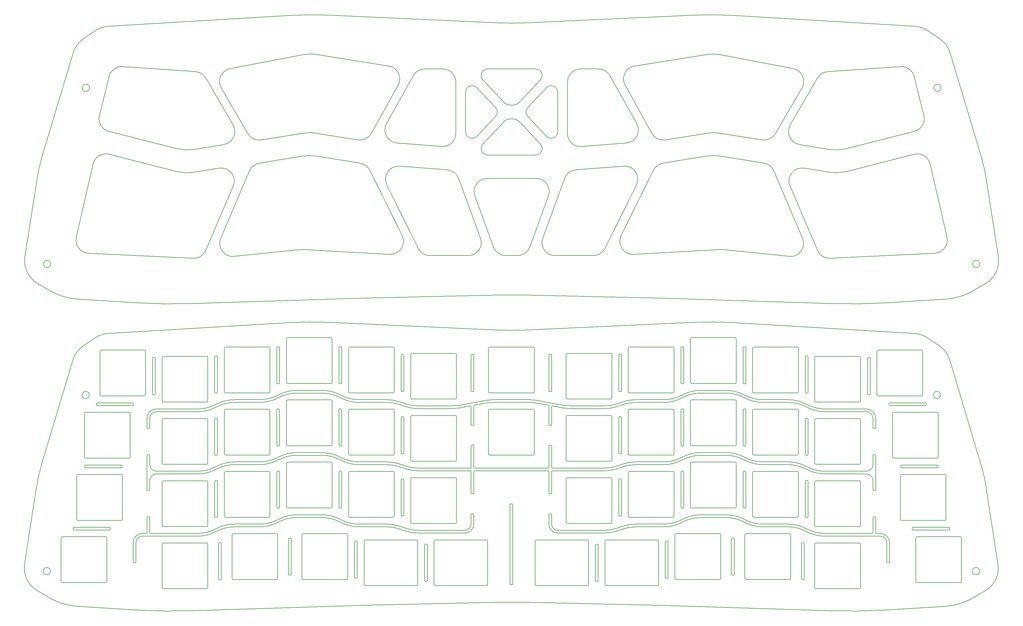
<source format=gm1>
G04 #@! TF.GenerationSoftware,KiCad,Pcbnew,(6.0.7)*
G04 #@! TF.CreationDate,2022-10-14T21:09:03+03:00*
G04 #@! TF.ProjectId,tl40_fr4_gerbers,746c3430-5f66-4723-945f-676572626572,rev?*
G04 #@! TF.SameCoordinates,Original*
G04 #@! TF.FileFunction,Profile,NP*
%FSLAX46Y46*%
G04 Gerber Fmt 4.6, Leading zero omitted, Abs format (unit mm)*
G04 Created by KiCad (PCBNEW (6.0.7)) date 2022-10-14 21:09:03*
%MOMM*%
%LPD*%
G01*
G04 APERTURE LIST*
G04 #@! TA.AperFunction,Profile*
%ADD10C,0.200000*%
G04 #@! TD*
G04 APERTURE END LIST*
D10*
X173827851Y-128610652D02*
X173827851Y-117710652D01*
X174677851Y-117710652D02*
X174677851Y-128610652D01*
X174427851Y-128860651D02*
G75*
G03*
X174677851Y-128610652I49J249951D01*
G01*
X174427851Y-128860652D02*
X174077851Y-128860652D01*
X173827848Y-128610652D02*
G75*
G03*
X174077851Y-128860652I249952J-48D01*
G01*
X174077851Y-117460751D02*
G75*
G03*
X173827851Y-117710652I-51J-249949D01*
G01*
X174077851Y-117460652D02*
X174427851Y-117460652D01*
X174677948Y-117710652D02*
G75*
G03*
X174427851Y-117460652I-250048J-48D01*
G01*
X188965348Y-186713152D02*
X188965348Y-175813152D01*
X188115348Y-175813152D02*
X188115348Y-186713152D01*
X188115348Y-186713152D02*
G75*
G03*
X188365348Y-186963152I249952J-48D01*
G01*
X188365348Y-186963152D02*
X188715348Y-186963152D01*
X188715348Y-186963248D02*
G75*
G03*
X188965348Y-186713152I-48J250048D01*
G01*
X188965348Y-175813152D02*
G75*
G03*
X188715348Y-175563152I-250048J-48D01*
G01*
X188715348Y-175563152D02*
X188365348Y-175563152D01*
X188365348Y-175563248D02*
G75*
G03*
X188115348Y-175813152I-48J-249952D01*
G01*
X210396598Y-185760652D02*
X210396598Y-174860652D01*
X209546598Y-174860652D02*
X209546598Y-185760652D01*
X209546648Y-185760652D02*
G75*
G03*
X209796598Y-186010652I249952J-48D01*
G01*
X209796598Y-186010652D02*
X210146598Y-186010652D01*
X210146598Y-186010698D02*
G75*
G03*
X210396598Y-185760652I2J249998D01*
G01*
X210396648Y-174860652D02*
G75*
G03*
X210146598Y-174610652I-250048J-48D01*
G01*
X210146598Y-174610652D02*
X209796598Y-174610652D01*
X209796598Y-174610698D02*
G75*
G03*
X209546598Y-174860652I2J-250002D01*
G01*
X230637223Y-184808152D02*
X230637223Y-173908152D01*
X229787223Y-173908152D02*
X229787223Y-184808152D01*
X229787248Y-184808152D02*
G75*
G03*
X230037223Y-185058152I249952J-48D01*
G01*
X230037223Y-185058152D02*
X230387223Y-185058152D01*
X230387223Y-185058223D02*
G75*
G03*
X230637223Y-184808152I-23J250023D01*
G01*
X230637248Y-173908152D02*
G75*
G03*
X230387223Y-173658152I-250048J-48D01*
G01*
X230387223Y-173658152D02*
X230037223Y-173658152D01*
X230037223Y-173658223D02*
G75*
G03*
X229787223Y-173908152I-23J-249977D01*
G01*
X252068473Y-186236902D02*
X252068473Y-175336901D01*
X251218473Y-175336901D02*
X251218473Y-186236902D01*
X251218498Y-186236902D02*
G75*
G03*
X251468473Y-186486902I250002J2D01*
G01*
X251468473Y-186486902D02*
X251818473Y-186486902D01*
X251818473Y-186486873D02*
G75*
G03*
X252068473Y-186236902I27J249973D01*
G01*
X252068499Y-175336901D02*
G75*
G03*
X251818473Y-175086901I-249999J1D01*
G01*
X251818473Y-175086901D02*
X251468473Y-175086901D01*
X251468473Y-175086873D02*
G75*
G03*
X251218473Y-175336901I27J-250027D01*
G01*
X278340347Y-133110652D02*
X289240348Y-133110652D01*
X289240348Y-132260652D02*
X278340347Y-132260652D01*
X278340347Y-132260747D02*
G75*
G03*
X278090347Y-132510652I-47J-249953D01*
G01*
X278090347Y-132510652D02*
X278090347Y-132860652D01*
X278090348Y-132860652D02*
G75*
G03*
X278340347Y-133110652I249952J-48D01*
G01*
X289240348Y-133110748D02*
G75*
G03*
X289490348Y-132860652I-48J250048D01*
G01*
X289490348Y-132860652D02*
X289490348Y-132510652D01*
X289490348Y-132510652D02*
G75*
G03*
X289240348Y-132260652I-250048J-48D01*
G01*
X285484098Y-171210652D02*
X296384098Y-171210652D01*
X296384098Y-170360652D02*
X285484098Y-170360652D01*
X285484098Y-170360698D02*
G75*
G03*
X285234098Y-170610652I2J-250002D01*
G01*
X285234098Y-170610652D02*
X285234098Y-170960652D01*
X285234148Y-170960652D02*
G75*
G03*
X285484098Y-171210652I249952J-48D01*
G01*
X296384098Y-171210698D02*
G75*
G03*
X296634098Y-170960652I2J249998D01*
G01*
X296634098Y-170960652D02*
X296634098Y-170610652D01*
X296634148Y-170610652D02*
G75*
G03*
X296384098Y-170360652I-250048J-48D01*
G01*
X281912223Y-152160652D02*
X292812223Y-152160652D01*
X292812223Y-151310652D02*
X281912223Y-151310652D01*
X281912223Y-151310723D02*
G75*
G03*
X281662223Y-151560652I-23J-249977D01*
G01*
X281662223Y-151560652D02*
X281662223Y-151910652D01*
X281662248Y-151910652D02*
G75*
G03*
X281912223Y-152160652I249952J-48D01*
G01*
X292812223Y-152160723D02*
G75*
G03*
X293062223Y-151910652I-23J250023D01*
G01*
X293062223Y-151910652D02*
X293062223Y-151560652D01*
X293062248Y-151560652D02*
G75*
G03*
X292812223Y-151310652I-250048J-48D01*
G01*
X272309098Y-129563152D02*
X272309098Y-118663152D01*
X271459098Y-118663152D02*
X271459098Y-129563152D01*
X271459148Y-129563152D02*
G75*
G03*
X271709098Y-129813152I249952J-48D01*
G01*
X271709098Y-129813152D02*
X272059098Y-129813152D01*
X272059098Y-129813198D02*
G75*
G03*
X272309098Y-129563152I2J249998D01*
G01*
X272309148Y-118663152D02*
G75*
G03*
X272059098Y-118413152I-250048J-48D01*
G01*
X272059098Y-118413152D02*
X271709098Y-118413152D01*
X271709098Y-118413198D02*
G75*
G03*
X271459098Y-118663152I2J-250002D01*
G01*
X253259098Y-129086903D02*
X253259098Y-118186902D01*
X252409098Y-118186902D02*
X252409098Y-129086903D01*
X252409097Y-129086903D02*
G75*
G03*
X252659098Y-129336903I250003J3D01*
G01*
X252659098Y-129336903D02*
X253009098Y-129336903D01*
X253009098Y-129336898D02*
G75*
G03*
X253259098Y-129086903I2J249998D01*
G01*
X253259098Y-118186902D02*
G75*
G03*
X253009098Y-117936902I-249998J2D01*
G01*
X253009098Y-117936902D02*
X252659098Y-117936902D01*
X252659098Y-117936898D02*
G75*
G03*
X252409098Y-118186902I2J-250002D01*
G01*
X234209098Y-126229403D02*
X234209098Y-115329402D01*
X233359098Y-115329402D02*
X233359098Y-126229403D01*
X233359097Y-126229403D02*
G75*
G03*
X233609098Y-126479403I250003J3D01*
G01*
X233609098Y-126479403D02*
X233959098Y-126479403D01*
X233959098Y-126479398D02*
G75*
G03*
X234209098Y-126229403I2J249998D01*
G01*
X234209098Y-115329402D02*
G75*
G03*
X233959098Y-115079402I-249998J2D01*
G01*
X233959098Y-115079402D02*
X233609098Y-115079402D01*
X233609098Y-115079398D02*
G75*
G03*
X233359098Y-115329402I2J-250002D01*
G01*
X215159098Y-126229402D02*
X215159098Y-115329402D01*
X214309098Y-115329402D02*
X214309098Y-126229402D01*
X214309098Y-126229402D02*
G75*
G03*
X214559098Y-126479402I250002J2D01*
G01*
X214559098Y-126479402D02*
X214909098Y-126479402D01*
X214909098Y-126479398D02*
G75*
G03*
X215159098Y-126229402I2J249998D01*
G01*
X215159098Y-115329402D02*
G75*
G03*
X214909098Y-115079402I-249998J2D01*
G01*
X214909098Y-115079402D02*
X214559098Y-115079402D01*
X214559098Y-115079398D02*
G75*
G03*
X214309098Y-115329402I2J-250002D01*
G01*
X196109098Y-128610652D02*
X196109098Y-117710652D01*
X195259098Y-117710652D02*
X195259098Y-128610652D01*
X195259148Y-128610652D02*
G75*
G03*
X195509098Y-128860652I249952J-48D01*
G01*
X195509098Y-128860652D02*
X195859098Y-128860652D01*
X195859098Y-128860698D02*
G75*
G03*
X196109098Y-128610652I2J249998D01*
G01*
X196109148Y-117710652D02*
G75*
G03*
X195859098Y-117460652I-250048J-48D01*
G01*
X195859098Y-117460652D02*
X195509098Y-117460652D01*
X195509098Y-117460698D02*
G75*
G03*
X195259098Y-117710652I2J-250002D01*
G01*
X253259098Y-148136903D02*
X253259098Y-137236902D01*
X252409098Y-137236902D02*
X252409098Y-148136903D01*
X252409097Y-148136903D02*
G75*
G03*
X252659098Y-148386903I250003J3D01*
G01*
X252659098Y-148386903D02*
X253009098Y-148386903D01*
X253009098Y-148386898D02*
G75*
G03*
X253259098Y-148136903I2J249998D01*
G01*
X253259098Y-137236902D02*
G75*
G03*
X253009098Y-136986902I-249998J2D01*
G01*
X253009098Y-136986902D02*
X252659098Y-136986902D01*
X252659098Y-136986898D02*
G75*
G03*
X252409098Y-137236902I2J-250002D01*
G01*
X234209098Y-145279403D02*
X234209098Y-134379402D01*
X233359098Y-134379402D02*
X233359098Y-145279403D01*
X233359097Y-145279403D02*
G75*
G03*
X233609098Y-145529403I250003J3D01*
G01*
X233609098Y-145529403D02*
X233959098Y-145529403D01*
X233959098Y-145529398D02*
G75*
G03*
X234209098Y-145279403I2J249998D01*
G01*
X234209098Y-134379402D02*
G75*
G03*
X233959098Y-134129402I-249998J2D01*
G01*
X233959098Y-134129402D02*
X233609098Y-134129402D01*
X233609098Y-134129398D02*
G75*
G03*
X233359098Y-134379402I2J-250002D01*
G01*
X215159098Y-145279402D02*
X215159098Y-134379402D01*
X214309098Y-134379402D02*
X214309098Y-145279402D01*
X214309098Y-145279402D02*
G75*
G03*
X214559098Y-145529402I250002J2D01*
G01*
X214559098Y-145529402D02*
X214909098Y-145529402D01*
X214909098Y-145529398D02*
G75*
G03*
X215159098Y-145279402I2J249998D01*
G01*
X215159098Y-134379402D02*
G75*
G03*
X214909098Y-134129402I-249998J2D01*
G01*
X214909098Y-134129402D02*
X214559098Y-134129402D01*
X214559098Y-134129398D02*
G75*
G03*
X214309098Y-134379402I2J-250002D01*
G01*
X196109098Y-147660652D02*
X196109098Y-136760652D01*
X195259098Y-136760652D02*
X195259098Y-147660652D01*
X195259148Y-147660652D02*
G75*
G03*
X195509098Y-147910652I249952J-48D01*
G01*
X195509098Y-147910652D02*
X195859098Y-147910652D01*
X195859098Y-147910698D02*
G75*
G03*
X196109098Y-147660652I2J249998D01*
G01*
X196109148Y-136760652D02*
G75*
G03*
X195859098Y-136510652I-250048J-48D01*
G01*
X195859098Y-136510652D02*
X195509098Y-136510652D01*
X195509098Y-136510698D02*
G75*
G03*
X195259098Y-136760652I2J-250002D01*
G01*
X253259098Y-167186903D02*
X253259098Y-156286902D01*
X252409098Y-156286902D02*
X252409098Y-167186903D01*
X252409097Y-167186903D02*
G75*
G03*
X252659098Y-167436903I250003J3D01*
G01*
X252659098Y-167436903D02*
X253009098Y-167436903D01*
X253009098Y-167436898D02*
G75*
G03*
X253259098Y-167186903I2J249998D01*
G01*
X253259098Y-156286902D02*
G75*
G03*
X253009098Y-156036902I-249998J2D01*
G01*
X253009098Y-156036902D02*
X252659098Y-156036902D01*
X252659098Y-156036898D02*
G75*
G03*
X252409098Y-156286902I2J-250002D01*
G01*
X234209098Y-164329403D02*
X234209098Y-153429402D01*
X233359098Y-153429402D02*
X233359098Y-164329403D01*
X233359097Y-164329403D02*
G75*
G03*
X233609098Y-164579403I250003J3D01*
G01*
X233609098Y-164579403D02*
X233959098Y-164579403D01*
X233959098Y-164579398D02*
G75*
G03*
X234209098Y-164329403I2J249998D01*
G01*
X234209098Y-153429402D02*
G75*
G03*
X233959098Y-153179402I-249998J2D01*
G01*
X233959098Y-153179402D02*
X233609098Y-153179402D01*
X233609098Y-153179398D02*
G75*
G03*
X233359098Y-153429402I2J-250002D01*
G01*
X215159098Y-164329402D02*
X215159098Y-153429402D01*
X214309098Y-153429402D02*
X214309098Y-164329402D01*
X214309098Y-164329402D02*
G75*
G03*
X214559098Y-164579402I250002J2D01*
G01*
X214559098Y-164579402D02*
X214909098Y-164579402D01*
X214909098Y-164579398D02*
G75*
G03*
X215159098Y-164329402I2J249998D01*
G01*
X215159098Y-153429402D02*
G75*
G03*
X214909098Y-153179402I-249998J2D01*
G01*
X214909098Y-153179402D02*
X214559098Y-153179402D01*
X214559098Y-153179398D02*
G75*
G03*
X214309098Y-153429402I2J-250002D01*
G01*
X196109098Y-166710652D02*
X196109098Y-155810652D01*
X195259098Y-155810652D02*
X195259098Y-166710652D01*
X195259148Y-166710652D02*
G75*
G03*
X195509098Y-166960652I249952J-48D01*
G01*
X195509098Y-166960652D02*
X195859098Y-166960652D01*
X195859098Y-166960698D02*
G75*
G03*
X196109098Y-166710652I2J249998D01*
G01*
X196109148Y-155810652D02*
G75*
G03*
X195859098Y-155560652I-250048J-48D01*
G01*
X195859098Y-155560652D02*
X195509098Y-155560652D01*
X195509098Y-155560698D02*
G75*
G03*
X195259098Y-155810652I2J-250002D01*
G01*
X150015351Y-128610652D02*
X150015351Y-117710651D01*
X150865351Y-117710651D02*
X150865351Y-128610652D01*
X150615351Y-128860651D02*
G75*
G03*
X150865351Y-128610652I49J249951D01*
G01*
X150615351Y-128860652D02*
X150265351Y-128860652D01*
X150015448Y-128610652D02*
G75*
G03*
X150265351Y-128860652I249952J-48D01*
G01*
X150265351Y-117460651D02*
G75*
G03*
X150015351Y-117710651I-51J-249949D01*
G01*
X150265351Y-117460651D02*
X150615351Y-117460651D01*
X150865349Y-117710651D02*
G75*
G03*
X150615351Y-117460651I-249949J51D01*
G01*
X135727851Y-186713152D02*
X135727851Y-175813152D01*
X136577851Y-175813152D02*
X136577851Y-186713152D01*
X136327851Y-186963151D02*
G75*
G03*
X136577851Y-186713152I49J249951D01*
G01*
X136327851Y-186963152D02*
X135977851Y-186963152D01*
X135727848Y-186713152D02*
G75*
G03*
X135977851Y-186963152I249952J-48D01*
G01*
X135977851Y-175563251D02*
G75*
G03*
X135727851Y-175813152I-51J-249949D01*
G01*
X135977851Y-175563152D02*
X136327851Y-175563152D01*
X136577948Y-175813152D02*
G75*
G03*
X136327851Y-175563152I-250048J-48D01*
G01*
X114296601Y-185760652D02*
X114296601Y-174860652D01*
X115146601Y-174860652D02*
X115146601Y-185760652D01*
X114896601Y-186010701D02*
G75*
G03*
X115146601Y-185760652I-1J250001D01*
G01*
X114896601Y-186010652D02*
X114546601Y-186010652D01*
X114296648Y-185760652D02*
G75*
G03*
X114546601Y-186010652I249952J-48D01*
G01*
X114546601Y-174610701D02*
G75*
G03*
X114296601Y-174860652I-1J-249999D01*
G01*
X114546601Y-174610652D02*
X114896601Y-174610652D01*
X115146648Y-174860652D02*
G75*
G03*
X114896601Y-174610652I-250048J-48D01*
G01*
X94055976Y-184808152D02*
X94055976Y-173908152D01*
X94905976Y-173908152D02*
X94905976Y-184808152D01*
X94655976Y-185058176D02*
G75*
G03*
X94905976Y-184808152I24J249976D01*
G01*
X94655976Y-185058152D02*
X94305976Y-185058152D01*
X94056048Y-184808152D02*
G75*
G03*
X94305976Y-185058152I249952J-48D01*
G01*
X94305976Y-173658176D02*
G75*
G03*
X94055976Y-173908152I24J-250024D01*
G01*
X94305976Y-173658152D02*
X94655976Y-173658152D01*
X94906048Y-173908152D02*
G75*
G03*
X94655976Y-173658152I-250048J-48D01*
G01*
X72624726Y-186236902D02*
X72624726Y-175336901D01*
X73474726Y-175336901D02*
X73474726Y-186236902D01*
X73224726Y-186486926D02*
G75*
G03*
X73474726Y-186236902I-26J250026D01*
G01*
X73224726Y-186486902D02*
X72874726Y-186486902D01*
X72624698Y-186236902D02*
G75*
G03*
X72874726Y-186486902I250002J2D01*
G01*
X72874726Y-175086926D02*
G75*
G03*
X72624726Y-175336901I-26J-249974D01*
G01*
X72874726Y-175086901D02*
X73224726Y-175086901D01*
X73474699Y-175336901D02*
G75*
G03*
X73224726Y-175086901I-249999J1D01*
G01*
X46352851Y-133110652D02*
X35452851Y-133110652D01*
X35452851Y-132260652D02*
X46352851Y-132260652D01*
X46602948Y-132510652D02*
G75*
G03*
X46352851Y-132260652I-250048J-48D01*
G01*
X46602851Y-132510652D02*
X46602851Y-132860652D01*
X46352851Y-133110651D02*
G75*
G03*
X46602851Y-132860652I49J249951D01*
G01*
X35202848Y-132860652D02*
G75*
G03*
X35452851Y-133110652I249952J-48D01*
G01*
X35202851Y-132860652D02*
X35202851Y-132510652D01*
X35452851Y-132260751D02*
G75*
G03*
X35202851Y-132510652I-51J-249949D01*
G01*
X39209101Y-171210652D02*
X28309101Y-171210652D01*
X28309101Y-170360652D02*
X39209101Y-170360652D01*
X39459148Y-170610652D02*
G75*
G03*
X39209101Y-170360652I-250048J-48D01*
G01*
X39459101Y-170610652D02*
X39459101Y-170960652D01*
X39209101Y-171210701D02*
G75*
G03*
X39459101Y-170960652I-1J250001D01*
G01*
X28059098Y-170960652D02*
G75*
G03*
X28309101Y-171210652I250002J2D01*
G01*
X28059101Y-170960652D02*
X28059101Y-170610652D01*
X28309101Y-170360701D02*
G75*
G03*
X28059101Y-170610652I-1J-249999D01*
G01*
X42780976Y-152160652D02*
X31880975Y-152160652D01*
X31880975Y-151310652D02*
X42780976Y-151310652D01*
X43031048Y-151560652D02*
G75*
G03*
X42780976Y-151310652I-250048J-48D01*
G01*
X43030976Y-151560652D02*
X43030976Y-151910652D01*
X42780976Y-152160676D02*
G75*
G03*
X43030976Y-151910652I24J249976D01*
G01*
X31631048Y-151910652D02*
G75*
G03*
X31880975Y-152160652I249952J-48D01*
G01*
X31630975Y-151910652D02*
X31630975Y-151560652D01*
X31880975Y-151310675D02*
G75*
G03*
X31630975Y-151560652I25J-250025D01*
G01*
X52384101Y-129563152D02*
X52384101Y-118663152D01*
X53234101Y-118663152D02*
X53234101Y-129563152D01*
X52984101Y-129813201D02*
G75*
G03*
X53234101Y-129563152I-1J250001D01*
G01*
X52984101Y-129813152D02*
X52634101Y-129813152D01*
X52384148Y-129563152D02*
G75*
G03*
X52634101Y-129813152I249952J-48D01*
G01*
X52634101Y-118413201D02*
G75*
G03*
X52384101Y-118663152I-1J-249999D01*
G01*
X52634101Y-118413152D02*
X52984101Y-118413152D01*
X53234148Y-118663152D02*
G75*
G03*
X52984101Y-118413152I-250048J-48D01*
G01*
X71434101Y-129086903D02*
X71434101Y-118186902D01*
X72284101Y-118186902D02*
X72284101Y-129086903D01*
X72034101Y-129336901D02*
G75*
G03*
X72284101Y-129086903I-1J250001D01*
G01*
X72034101Y-129336903D02*
X71684101Y-129336903D01*
X71434097Y-129086903D02*
G75*
G03*
X71684101Y-129336903I250003J3D01*
G01*
X71684101Y-117936901D02*
G75*
G03*
X71434101Y-118186902I-1J-249999D01*
G01*
X71684101Y-117936902D02*
X72034101Y-117936902D01*
X72284098Y-118186902D02*
G75*
G03*
X72034101Y-117936902I-249998J2D01*
G01*
X90484101Y-126229403D02*
X90484101Y-115329402D01*
X91334101Y-115329402D02*
X91334101Y-126229403D01*
X91084101Y-126479401D02*
G75*
G03*
X91334101Y-126229403I-1J250001D01*
G01*
X91084101Y-126479403D02*
X90734101Y-126479403D01*
X90484097Y-126229403D02*
G75*
G03*
X90734101Y-126479403I250003J3D01*
G01*
X90734101Y-115079401D02*
G75*
G03*
X90484101Y-115329402I-1J-249999D01*
G01*
X90734101Y-115079402D02*
X91084101Y-115079402D01*
X91334098Y-115329402D02*
G75*
G03*
X91084101Y-115079402I-249998J2D01*
G01*
X109534101Y-126229402D02*
X109534101Y-115329402D01*
X110384101Y-115329402D02*
X110384101Y-126229402D01*
X110134101Y-126479401D02*
G75*
G03*
X110384101Y-126229402I-1J250001D01*
G01*
X110134101Y-126479402D02*
X109784101Y-126479402D01*
X109534098Y-126229402D02*
G75*
G03*
X109784101Y-126479402I250002J2D01*
G01*
X109784101Y-115079401D02*
G75*
G03*
X109534101Y-115329402I-1J-249999D01*
G01*
X109784101Y-115079402D02*
X110134101Y-115079402D01*
X110384098Y-115329402D02*
G75*
G03*
X110134101Y-115079402I-249998J2D01*
G01*
X128584101Y-128610652D02*
X128584101Y-117710652D01*
X129434101Y-117710652D02*
X129434101Y-128610652D01*
X129184101Y-128860701D02*
G75*
G03*
X129434101Y-128610652I-1J250001D01*
G01*
X129184101Y-128860652D02*
X128834101Y-128860652D01*
X128584148Y-128610652D02*
G75*
G03*
X128834101Y-128860652I249952J-48D01*
G01*
X128834101Y-117460701D02*
G75*
G03*
X128584101Y-117710652I-1J-249999D01*
G01*
X128834101Y-117460652D02*
X129184101Y-117460652D01*
X129434148Y-117710652D02*
G75*
G03*
X129184101Y-117460652I-250048J-48D01*
G01*
X71434101Y-148136903D02*
X71434101Y-137236902D01*
X72284101Y-137236902D02*
X72284101Y-148136903D01*
X72034101Y-148386901D02*
G75*
G03*
X72284101Y-148136903I-1J250001D01*
G01*
X72034101Y-148386903D02*
X71684101Y-148386903D01*
X71434097Y-148136903D02*
G75*
G03*
X71684101Y-148386903I250003J3D01*
G01*
X71684101Y-136986901D02*
G75*
G03*
X71434101Y-137236902I-1J-249999D01*
G01*
X71684101Y-136986902D02*
X72034101Y-136986902D01*
X72284098Y-137236902D02*
G75*
G03*
X72034101Y-136986902I-249998J2D01*
G01*
X90484101Y-145279403D02*
X90484101Y-134379402D01*
X91334101Y-134379402D02*
X91334101Y-145279403D01*
X91084101Y-145529401D02*
G75*
G03*
X91334101Y-145279403I-1J250001D01*
G01*
X91084101Y-145529403D02*
X90734101Y-145529403D01*
X90484097Y-145279403D02*
G75*
G03*
X90734101Y-145529403I250003J3D01*
G01*
X90734101Y-134129401D02*
G75*
G03*
X90484101Y-134379402I-1J-249999D01*
G01*
X90734101Y-134129402D02*
X91084101Y-134129402D01*
X91334098Y-134379402D02*
G75*
G03*
X91084101Y-134129402I-249998J2D01*
G01*
X109534101Y-145279402D02*
X109534101Y-134379402D01*
X110384101Y-134379402D02*
X110384101Y-145279402D01*
X110134101Y-145529401D02*
G75*
G03*
X110384101Y-145279402I-1J250001D01*
G01*
X110134101Y-145529402D02*
X109784101Y-145529402D01*
X109534098Y-145279402D02*
G75*
G03*
X109784101Y-145529402I250002J2D01*
G01*
X109784101Y-134129401D02*
G75*
G03*
X109534101Y-134379402I-1J-249999D01*
G01*
X109784101Y-134129402D02*
X110134101Y-134129402D01*
X110384098Y-134379402D02*
G75*
G03*
X110134101Y-134129402I-249998J2D01*
G01*
X128584101Y-147660652D02*
X128584101Y-136760652D01*
X129434101Y-136760652D02*
X129434101Y-147660652D01*
X129184101Y-147910701D02*
G75*
G03*
X129434101Y-147660652I-1J250001D01*
G01*
X129184101Y-147910652D02*
X128834101Y-147910652D01*
X128584148Y-147660652D02*
G75*
G03*
X128834101Y-147910652I249952J-48D01*
G01*
X128834101Y-136510701D02*
G75*
G03*
X128584101Y-136760652I-1J-249999D01*
G01*
X128834101Y-136510652D02*
X129184101Y-136510652D01*
X129434148Y-136760652D02*
G75*
G03*
X129184101Y-136510652I-250048J-48D01*
G01*
X71434101Y-167186903D02*
X71434101Y-156286902D01*
X72284101Y-156286902D02*
X72284101Y-167186903D01*
X72034101Y-167436901D02*
G75*
G03*
X72284101Y-167186903I-1J250001D01*
G01*
X72034101Y-167436903D02*
X71684101Y-167436903D01*
X71434097Y-167186903D02*
G75*
G03*
X71684101Y-167436903I250003J3D01*
G01*
X71684101Y-156036901D02*
G75*
G03*
X71434101Y-156286902I-1J-249999D01*
G01*
X71684101Y-156036902D02*
X72034101Y-156036902D01*
X72284098Y-156286902D02*
G75*
G03*
X72034101Y-156036902I-249998J2D01*
G01*
X90484101Y-164329403D02*
X90484101Y-153429402D01*
X91334101Y-153429402D02*
X91334101Y-164329403D01*
X91084101Y-164579401D02*
G75*
G03*
X91334101Y-164329403I-1J250001D01*
G01*
X91084101Y-164579403D02*
X90734101Y-164579403D01*
X90484097Y-164329403D02*
G75*
G03*
X90734101Y-164579403I250003J3D01*
G01*
X90734101Y-153179401D02*
G75*
G03*
X90484101Y-153429402I-1J-249999D01*
G01*
X90734101Y-153179402D02*
X91084101Y-153179402D01*
X91334098Y-153429402D02*
G75*
G03*
X91084101Y-153179402I-249998J2D01*
G01*
X109534101Y-164329402D02*
X109534101Y-153429402D01*
X110384101Y-153429402D02*
X110384101Y-164329402D01*
X110134101Y-164579401D02*
G75*
G03*
X110384101Y-164329402I-1J250001D01*
G01*
X110134101Y-164579402D02*
X109784101Y-164579402D01*
X109534098Y-164329402D02*
G75*
G03*
X109784101Y-164579402I250002J2D01*
G01*
X109784101Y-153179401D02*
G75*
G03*
X109534101Y-153429402I-1J-249999D01*
G01*
X109784101Y-153179402D02*
X110134101Y-153179402D01*
X110384098Y-153429402D02*
G75*
G03*
X110134101Y-153179402I-249998J2D01*
G01*
X128584101Y-166710652D02*
X128584101Y-155810652D01*
X129434101Y-155810652D02*
X129434101Y-166710652D01*
X129184101Y-166960701D02*
G75*
G03*
X129434101Y-166710652I-1J250001D01*
G01*
X129184101Y-166960652D02*
X128834101Y-166960652D01*
X128584148Y-166710652D02*
G75*
G03*
X128834101Y-166960652I249952J-48D01*
G01*
X128834101Y-155560701D02*
G75*
G03*
X128584101Y-155810652I-1J-249999D01*
G01*
X128834101Y-155560652D02*
X129184101Y-155560652D01*
X129434148Y-155810652D02*
G75*
G03*
X129184101Y-155560652I-250048J-48D01*
G01*
X293902851Y-129860652D02*
G75*
G03*
X293902851Y-129860652I-1100000J0D01*
G01*
X32990351Y-129860652D02*
G75*
G03*
X32990351Y-129860652I-1100000J0D01*
G01*
X305809101Y-183795652D02*
G75*
G03*
X305809101Y-183795652I-1100000J0D01*
G01*
X21084101Y-183795652D02*
G75*
G03*
X21084101Y-183795652I-1100000J0D01*
G01*
X272909101Y-172265701D02*
G75*
G03*
X273159101Y-172015652I-1J250001D01*
G01*
X272909101Y-172265652D02*
X258521016Y-172265652D01*
X273159101Y-167415652D02*
X273159101Y-172015652D01*
X274009148Y-172015652D02*
G75*
G03*
X274259101Y-172265652I249952J-48D01*
G01*
X274009101Y-172015652D02*
X274009101Y-167415652D01*
X275412226Y-172265652D02*
X274259101Y-172265652D01*
X275412226Y-173115652D02*
X258521016Y-173115652D01*
X278262248Y-175115652D02*
G75*
G03*
X275412226Y-172265652I-2850048J-48D01*
G01*
X277412167Y-175115633D02*
G75*
G03*
X275412226Y-173115633I-1999967J33D01*
G01*
X277412226Y-181013152D02*
X277412226Y-175115633D01*
X278262226Y-181013152D02*
X278262226Y-175115652D01*
X278012226Y-181263226D02*
G75*
G03*
X278262226Y-181013152I-26J250026D01*
G01*
X278012226Y-181263152D02*
X277662226Y-181263152D01*
X277412248Y-181013152D02*
G75*
G03*
X277662226Y-181263152I249952J-48D01*
G01*
X49280976Y-172265576D02*
G75*
G03*
X46430976Y-175115633I24J-2850024D01*
G01*
X46430976Y-181013152D02*
X46430976Y-175115633D01*
X49280976Y-172265633D02*
X50434103Y-172265633D01*
X49280976Y-173115676D02*
G75*
G03*
X47280976Y-175115652I24J-2000024D01*
G01*
X47280976Y-181013152D02*
X47280976Y-175115652D01*
X49280976Y-173115652D02*
X66172187Y-173115652D01*
X51534148Y-172015652D02*
G75*
G03*
X51784103Y-172265652I249952J-48D01*
G01*
X51784103Y-172265652D02*
X66172188Y-172265652D01*
X51534103Y-167415648D02*
X51534103Y-172015652D01*
X50434103Y-172265603D02*
G75*
G03*
X50684103Y-172015633I-3J250003D01*
G01*
X50684103Y-167415648D02*
X50684103Y-172015633D01*
X47030976Y-181263176D02*
G75*
G03*
X47280976Y-181013152I24J249976D01*
G01*
X47030976Y-181263152D02*
X46680976Y-181263152D01*
X46431048Y-181013152D02*
G75*
G03*
X46680976Y-181263152I249952J-48D01*
G01*
X170117509Y-131504078D02*
X178388194Y-133017226D01*
X146305011Y-133017226D02*
X154575692Y-131504078D01*
X51534107Y-156065651D02*
X51534107Y-158915651D01*
X51534107Y-148365652D02*
X51534107Y-151215651D01*
X50934107Y-148115707D02*
G75*
G03*
X50684107Y-148365652I-7J-249993D01*
G01*
X50684107Y-148365652D02*
X50684107Y-158915651D01*
X51284107Y-148115652D02*
X50934107Y-148115652D01*
X51534148Y-148365652D02*
G75*
G03*
X51284107Y-148115652I-250048J-48D01*
G01*
X51284107Y-159165707D02*
G75*
G03*
X51534107Y-158915651I-7J250007D01*
G01*
X51284107Y-159165651D02*
X50934107Y-159165651D01*
X50684149Y-158915651D02*
G75*
G03*
X50934107Y-159165651I249951J-49D01*
G01*
X53534106Y-154065718D02*
G75*
G03*
X51534118Y-156065664I-6J-1999982D01*
G01*
X51534108Y-151215651D02*
G75*
G03*
X53534106Y-153215652I2000002J1D01*
G01*
X66172190Y-154065652D02*
X53534103Y-154065652D01*
X53534103Y-153215652D02*
X66172190Y-153215652D01*
X50934103Y-167165603D02*
G75*
G03*
X50684103Y-167415648I-3J-249997D01*
G01*
X50934103Y-167165648D02*
X51284103Y-167165648D01*
X51534052Y-167415648D02*
G75*
G03*
X51284103Y-167165648I-249952J48D01*
G01*
X174677852Y-166463151D02*
X174677852Y-169313152D01*
X273159101Y-156065652D02*
X273159101Y-158915651D01*
X273159101Y-148365652D02*
X273159101Y-151215652D01*
X273159101Y-137015652D02*
X273159101Y-139865651D01*
X50684101Y-137015652D02*
X50684101Y-139865645D01*
X50684055Y-139865645D02*
G75*
G03*
X50934101Y-140115645I250045J45D01*
G01*
X50934101Y-140115645D02*
X51284101Y-140115645D01*
X51284101Y-140115601D02*
G75*
G03*
X51534101Y-139865645I-1J250001D01*
G01*
X51534101Y-137015646D02*
X51534101Y-139865645D01*
X53534108Y-135015701D02*
G75*
G03*
X51534101Y-137015646I-8J-1999999D01*
G01*
X53534101Y-134165701D02*
G75*
G03*
X50684101Y-137015652I-1J-2849999D01*
G01*
X66172191Y-135015652D02*
X53534104Y-135015652D01*
X53534104Y-134165652D02*
X66172191Y-134165652D01*
X173577852Y-152263152D02*
G75*
G03*
X173827852Y-152013152I48J249952D01*
G01*
X173827852Y-150263152D02*
X173827852Y-152013152D01*
X171827852Y-152263152D02*
X173577852Y-152263152D01*
X173827849Y-153363151D02*
G75*
G03*
X173577852Y-153113151I-249949J51D01*
G01*
X173577852Y-153113151D02*
X171827852Y-153113151D01*
X173827852Y-153363151D02*
X173827852Y-155113152D01*
X174927852Y-153113152D02*
G75*
G03*
X174677852Y-153363152I48J-250048D01*
G01*
X174677852Y-155113152D02*
X174677852Y-153363152D01*
X176677852Y-153113152D02*
X174927852Y-153113152D01*
X174677948Y-152013152D02*
G75*
G03*
X174927852Y-152263152I249952J-48D01*
G01*
X174677852Y-150263152D02*
X174677852Y-152013152D01*
X174927852Y-152263152D02*
X176677852Y-152263152D01*
X150015349Y-153363151D02*
G75*
G03*
X149765351Y-153113151I-249949J51D01*
G01*
X150015351Y-155113151D02*
X150015351Y-153363151D01*
X148015351Y-153113151D02*
X149765351Y-153113151D01*
X151115351Y-153113151D02*
G75*
G03*
X150865351Y-153363151I-51J-249949D01*
G01*
X150865351Y-155113151D02*
X150865351Y-153363151D01*
X151115351Y-153113151D02*
X152865351Y-153113151D01*
X150865348Y-152013152D02*
G75*
G03*
X151115351Y-152263152I249952J-48D01*
G01*
X151115351Y-152263152D02*
X152865351Y-152263152D01*
X150865351Y-152013152D02*
X150865351Y-150263152D01*
X149765351Y-152263151D02*
G75*
G03*
X150015351Y-152013152I49J249951D01*
G01*
X148015351Y-152263152D02*
X149765351Y-152263152D01*
X150015351Y-150263153D02*
X150015351Y-152013152D01*
X150015351Y-145460653D02*
X150015351Y-150263153D01*
X66172189Y-154065651D02*
G75*
G03*
X71587972Y-152774026I11J11999951D01*
G01*
X72130232Y-152499777D02*
X71587972Y-152774026D01*
X77546016Y-151208164D02*
G75*
G03*
X72130232Y-152499777I-16J-12000036D01*
G01*
X85222187Y-151208152D02*
X77546016Y-151208152D01*
X174677852Y-155113152D02*
X174677852Y-159915651D01*
X176677852Y-153113152D02*
X190890535Y-153113151D01*
X176677852Y-152263152D02*
X190890535Y-152263152D01*
X174677852Y-145460652D02*
X174677852Y-150263152D01*
X178388194Y-133867224D02*
G75*
G03*
X180547787Y-134063152I2159606J11804124D01*
G01*
X190890534Y-134063152D02*
X180547787Y-134063152D01*
X174972842Y-133242376D02*
X178388194Y-133867226D01*
X178388194Y-133017224D02*
G75*
G03*
X180547786Y-133213152I2159606J11804124D01*
G01*
X180547786Y-133213152D02*
X190890534Y-133213152D01*
X170117510Y-132354080D02*
G75*
G03*
X167957917Y-132158152I-2159610J-11804120D01*
G01*
X170117510Y-132354078D02*
X173622842Y-132995390D01*
X167957917Y-132158152D02*
X156735285Y-132158152D01*
X170117509Y-131504080D02*
G75*
G03*
X167957917Y-131308152I-2159609J-11804120D01*
G01*
X156735285Y-131308152D02*
X167957917Y-131308152D01*
X156735285Y-132158150D02*
G75*
G03*
X154575692Y-132354078I15J-12000050D01*
G01*
X151070359Y-132995390D02*
X154575692Y-132354078D01*
X156735285Y-131308150D02*
G75*
G03*
X154575692Y-131504078I15J-12000050D01*
G01*
X144145418Y-134063155D02*
G75*
G03*
X146305012Y-133867225I-18J11999955D01*
G01*
X146305012Y-133867225D02*
X149720359Y-133242376D01*
X144145418Y-134063152D02*
X133802668Y-134063152D01*
X144145418Y-133213155D02*
G75*
G03*
X146305011Y-133017226I-18J12000055D01*
G01*
X133802668Y-133213152D02*
X144145418Y-133213152D01*
X150015297Y-133488295D02*
G75*
G03*
X149720359Y-133242376I-249997J-5D01*
G01*
X150015351Y-138960652D02*
X150015351Y-133488295D01*
X151070350Y-132995343D02*
G75*
G03*
X150865351Y-133241308I45050J-245957D01*
G01*
X150865351Y-138960652D02*
X150865351Y-133241308D01*
X173827883Y-133241308D02*
G75*
G03*
X173622842Y-132995390I-249983J8D01*
G01*
X173827851Y-138960652D02*
X173827851Y-133241308D01*
X174972851Y-133242325D02*
G75*
G03*
X174677851Y-133488295I-44951J-245975D01*
G01*
X174677851Y-138960652D02*
X174677851Y-133488295D01*
X173827852Y-155113151D02*
X173827852Y-159915651D01*
X171827852Y-153113151D02*
X152865351Y-153113151D01*
X152865351Y-152263152D02*
X171827852Y-152263152D01*
X173827852Y-145460652D02*
X173827852Y-150263152D01*
X150865351Y-145460652D02*
X150865351Y-150263152D01*
X150865351Y-155113151D02*
X150865351Y-159915651D01*
X150015351Y-155113151D02*
X150015351Y-159915651D01*
X133802669Y-153113152D02*
X148015351Y-153113151D01*
X133802668Y-152263152D02*
X148015351Y-152263152D01*
X162771601Y-163439401D02*
X162771601Y-187713152D01*
X161921601Y-163439401D02*
X161921601Y-187713152D01*
X162171601Y-163189401D02*
G75*
G03*
X161921601Y-163439401I-1J-249999D01*
G01*
X162171601Y-163189401D02*
X162521601Y-163189401D01*
X162771599Y-163439401D02*
G75*
G03*
X162521601Y-163189401I-249999J1D01*
G01*
X161921648Y-187713152D02*
G75*
G03*
X162171601Y-187963152I249952J-48D01*
G01*
X162171601Y-187963152D02*
X162521601Y-187963152D01*
X162521601Y-187963201D02*
G75*
G03*
X162771601Y-187713152I-1J250001D01*
G01*
X190890533Y-172163152D02*
X176677852Y-172163152D01*
X176677852Y-171313152D02*
X190890533Y-171313152D01*
X174077852Y-166213052D02*
G75*
G03*
X173827852Y-166463151I48J-250048D01*
G01*
X173827852Y-169313152D02*
X173827852Y-166463151D01*
X174077852Y-166213151D02*
X174427852Y-166213151D01*
X174677849Y-166463151D02*
G75*
G03*
X174427852Y-166213151I-249949J51D01*
G01*
X174677948Y-169313152D02*
G75*
G03*
X176677852Y-171313152I1999952J-48D01*
G01*
X173827948Y-169313152D02*
G75*
G03*
X176677852Y-172163152I2849952J-48D01*
G01*
X173827848Y-138960652D02*
G75*
G03*
X174077851Y-139210652I249952J-48D01*
G01*
X174077851Y-139210652D02*
X174427851Y-139210652D01*
X174427851Y-139210651D02*
G75*
G03*
X174677851Y-138960652I49J249951D01*
G01*
X173827949Y-159915651D02*
G75*
G03*
X174077852Y-160165651I249951J-49D01*
G01*
X174077852Y-160165651D02*
X174427852Y-160165651D01*
X174427852Y-160165652D02*
G75*
G03*
X174677852Y-159915651I48J249952D01*
G01*
X174077852Y-145210652D02*
G75*
G03*
X173827852Y-145460652I48J-250048D01*
G01*
X174077852Y-145210652D02*
X174427852Y-145210652D01*
X174677948Y-145460652D02*
G75*
G03*
X174427852Y-145210652I-250048J-48D01*
G01*
X148015351Y-172163152D02*
X133802668Y-172163152D01*
X133802668Y-171313152D02*
X148015351Y-171313152D01*
X150265351Y-166213151D02*
G75*
G03*
X150015351Y-166463152I49J-250049D01*
G01*
X150015351Y-166463152D02*
X150015351Y-169313152D01*
X150265351Y-166213152D02*
X150615351Y-166213152D01*
X150865448Y-166463152D02*
G75*
G03*
X150615351Y-166213152I-250048J-48D01*
G01*
X150865351Y-166463152D02*
X150865351Y-169313152D01*
X148015351Y-171313251D02*
G75*
G03*
X150015351Y-169313152I-51J2000051D01*
G01*
X148015351Y-172163251D02*
G75*
G03*
X150865351Y-169313152I-51J2850051D01*
G01*
X150015349Y-159915651D02*
G75*
G03*
X150265351Y-160165651I249951J-49D01*
G01*
X150265351Y-160165651D02*
X150615351Y-160165651D01*
X150615351Y-160165651D02*
G75*
G03*
X150865351Y-159915651I49J249951D01*
G01*
X150015348Y-138960652D02*
G75*
G03*
X150265351Y-139210652I249952J-48D01*
G01*
X150265351Y-139210652D02*
X150615351Y-139210652D01*
X150615351Y-139210651D02*
G75*
G03*
X150865351Y-138960652I49J249951D01*
G01*
X150265351Y-145210751D02*
G75*
G03*
X150015351Y-145460652I-51J-249949D01*
G01*
X150265351Y-145210652D02*
X150615351Y-145210652D01*
X150865448Y-145460652D02*
G75*
G03*
X150615351Y-145210652I-250048J-48D01*
G01*
X191365351Y-188263152D02*
X207146601Y-188263152D01*
X191365351Y-174263152D02*
X207146601Y-174263152D01*
X185715351Y-188263152D02*
X169934101Y-188263152D01*
X169934101Y-174263152D02*
X185715351Y-174263152D01*
X138977851Y-188263152D02*
X154759101Y-188263152D01*
X138977851Y-174263152D02*
X154759101Y-174263152D01*
X133327851Y-188263152D02*
X117546601Y-188263152D01*
X117546601Y-174263152D02*
X133327851Y-174263152D01*
X69034101Y-189215701D02*
G75*
G03*
X69334101Y-188915652I-1J300001D01*
G01*
X55334148Y-188915652D02*
G75*
G03*
X55634101Y-189215652I299952J-48D01*
G01*
X69334148Y-175515652D02*
G75*
G03*
X69034101Y-175215652I-300048J-48D01*
G01*
X55634101Y-175215701D02*
G75*
G03*
X55334101Y-175515652I-1J-299999D01*
G01*
X69334101Y-175515652D02*
X69334101Y-188915652D01*
X55334101Y-175515652D02*
X55334101Y-188915652D01*
X55634101Y-189215652D02*
X69034101Y-189215652D01*
X55634101Y-175215652D02*
X69034101Y-175215652D01*
X269059101Y-189215701D02*
G75*
G03*
X269359101Y-188915652I-1J300001D01*
G01*
X255359148Y-188915652D02*
G75*
G03*
X255659101Y-189215652I299952J-48D01*
G01*
X269359148Y-175515652D02*
G75*
G03*
X269059101Y-175215652I-300048J-48D01*
G01*
X255659101Y-175215701D02*
G75*
G03*
X255359101Y-175515652I-1J-299999D01*
G01*
X269359101Y-175515652D02*
X269359101Y-188915652D01*
X255359101Y-175515652D02*
X255359101Y-188915652D01*
X255659101Y-189215652D02*
X269059101Y-189215652D01*
X255659101Y-175215652D02*
X269059101Y-175215652D01*
X207146601Y-188263201D02*
G75*
G03*
X207446601Y-187963152I-1J300001D01*
G01*
X207446648Y-174563152D02*
G75*
G03*
X207146601Y-174263152I-300048J-48D01*
G01*
X207446601Y-174563152D02*
X207446601Y-187963152D01*
X191065448Y-187963152D02*
G75*
G03*
X191365351Y-188263152I299952J-48D01*
G01*
X191365351Y-174263151D02*
G75*
G03*
X191065351Y-174563152I49J-300049D01*
G01*
X191065351Y-174563152D02*
X191065351Y-187963152D01*
X185715351Y-188263151D02*
G75*
G03*
X186015351Y-187963152I49J299951D01*
G01*
X186015448Y-174563152D02*
G75*
G03*
X185715351Y-174263152I-300048J-48D01*
G01*
X186015351Y-174563152D02*
X186015351Y-187963152D01*
X169634148Y-187963152D02*
G75*
G03*
X169934101Y-188263152I299952J-48D01*
G01*
X169934101Y-174263201D02*
G75*
G03*
X169634101Y-174563152I-1J-299999D01*
G01*
X169634101Y-174563152D02*
X169634101Y-187963152D01*
X154759101Y-188263201D02*
G75*
G03*
X155059101Y-187963152I-1J300001D01*
G01*
X155059148Y-174563152D02*
G75*
G03*
X154759101Y-174263152I-300048J-48D01*
G01*
X155059101Y-174563152D02*
X155059101Y-187963152D01*
X138677948Y-187963152D02*
G75*
G03*
X138977851Y-188263152I299952J-48D01*
G01*
X138977851Y-174263151D02*
G75*
G03*
X138677851Y-174563152I49J-300049D01*
G01*
X138677851Y-174563152D02*
X138677851Y-187963152D01*
X133327851Y-188263151D02*
G75*
G03*
X133627851Y-187963152I49J299951D01*
G01*
X133627948Y-174563152D02*
G75*
G03*
X133327851Y-174263152I-300048J-48D01*
G01*
X133627851Y-174563152D02*
X133627851Y-187963152D01*
X117246648Y-187963152D02*
G75*
G03*
X117546601Y-188263152I299952J-48D01*
G01*
X117546601Y-174263201D02*
G75*
G03*
X117246601Y-174563152I-1J-299999D01*
G01*
X117246601Y-174563152D02*
X117246601Y-187963152D01*
X300015351Y-187310651D02*
G75*
G03*
X300315351Y-187010652I49J299951D01*
G01*
X286315448Y-187010652D02*
G75*
G03*
X286615351Y-187310652I299952J-48D01*
G01*
X300315448Y-173610652D02*
G75*
G03*
X300015351Y-173310652I-300048J-48D01*
G01*
X286615351Y-173310651D02*
G75*
G03*
X286315351Y-173610652I49J-300049D01*
G01*
X300315351Y-173610652D02*
X300315351Y-187010652D01*
X286315351Y-173610652D02*
X286315351Y-187010652D01*
X286615351Y-187310652D02*
X300015351Y-187310652D01*
X286615351Y-173310652D02*
X300015351Y-173310652D01*
X38077851Y-187310651D02*
G75*
G03*
X38377851Y-187010652I49J299951D01*
G01*
X24377848Y-187010652D02*
G75*
G03*
X24677851Y-187310652I300002J2D01*
G01*
X38377948Y-173610652D02*
G75*
G03*
X38077851Y-173310652I-300048J-48D01*
G01*
X24677851Y-173310651D02*
G75*
G03*
X24377851Y-173610652I49J-300049D01*
G01*
X38377851Y-173610652D02*
X38377851Y-187010652D01*
X24377851Y-173610652D02*
X24377851Y-187010652D01*
X24677851Y-187310652D02*
X38077851Y-187310652D01*
X24677851Y-173310652D02*
X38077851Y-173310652D01*
X247627851Y-186358151D02*
G75*
G03*
X247927851Y-186058152I49J299951D01*
G01*
X233927948Y-186058152D02*
G75*
G03*
X234227851Y-186358152I299952J-48D01*
G01*
X247927948Y-172658152D02*
G75*
G03*
X247627851Y-172358152I-300048J-48D01*
G01*
X234227851Y-172358151D02*
G75*
G03*
X233927851Y-172658152I49J-300049D01*
G01*
X247927851Y-172658152D02*
X247927851Y-186058152D01*
X233927851Y-172658152D02*
X233927851Y-186058152D01*
X234227851Y-186358152D02*
X247627851Y-186358152D01*
X234227851Y-172358152D02*
X247627851Y-172358152D01*
X226196601Y-186358201D02*
G75*
G03*
X226496601Y-186058152I-1J300001D01*
G01*
X212496648Y-186058152D02*
G75*
G03*
X212796601Y-186358152I299952J-48D01*
G01*
X226496648Y-172658152D02*
G75*
G03*
X226196601Y-172358152I-300048J-48D01*
G01*
X212796601Y-172358201D02*
G75*
G03*
X212496601Y-172658152I-1J-299999D01*
G01*
X226496601Y-172658152D02*
X226496601Y-186058152D01*
X212496601Y-172658152D02*
X212496601Y-186058152D01*
X212796601Y-186358152D02*
X226196601Y-186358152D01*
X212796601Y-172358152D02*
X226196601Y-172358152D01*
X111896601Y-186358201D02*
G75*
G03*
X112196601Y-186058152I-1J300001D01*
G01*
X98196648Y-186058152D02*
G75*
G03*
X98496601Y-186358152I299952J-48D01*
G01*
X112196648Y-172658152D02*
G75*
G03*
X111896601Y-172358152I-300048J-48D01*
G01*
X98496601Y-172358201D02*
G75*
G03*
X98196601Y-172658152I-1J-299999D01*
G01*
X112196601Y-172658152D02*
X112196601Y-186058152D01*
X98196601Y-172658152D02*
X98196601Y-186058152D01*
X98496601Y-186358152D02*
X111896601Y-186358152D01*
X98496601Y-172358152D02*
X111896601Y-172358152D01*
X90465351Y-186358151D02*
G75*
G03*
X90765351Y-186058152I49J299951D01*
G01*
X76765448Y-186058152D02*
G75*
G03*
X77065351Y-186358152I299952J-48D01*
G01*
X90765448Y-172658152D02*
G75*
G03*
X90465351Y-172358152I-300048J-48D01*
G01*
X77065351Y-172358151D02*
G75*
G03*
X76765351Y-172658152I49J-300049D01*
G01*
X90765351Y-172658152D02*
X90765351Y-186058152D01*
X76765351Y-172658152D02*
X76765351Y-186058152D01*
X77065351Y-186358152D02*
X90465351Y-186358152D01*
X77065351Y-172358152D02*
X90465351Y-172358152D01*
X269059101Y-170165701D02*
G75*
G03*
X269359101Y-169865652I-1J300001D01*
G01*
X255359148Y-169865652D02*
G75*
G03*
X255659101Y-170165652I299952J-48D01*
G01*
X269359148Y-156465652D02*
G75*
G03*
X269059101Y-156165652I-300048J-48D01*
G01*
X255659101Y-156165701D02*
G75*
G03*
X255359101Y-156465652I-1J-299999D01*
G01*
X269359101Y-156465652D02*
X269359101Y-169865652D01*
X255359101Y-156465652D02*
X255359101Y-169865652D01*
X255659101Y-170165652D02*
X269059101Y-170165652D01*
X255659101Y-156165652D02*
X269059101Y-156165652D01*
X69034101Y-170165701D02*
G75*
G03*
X69334101Y-169865652I-1J300001D01*
G01*
X55334148Y-169865652D02*
G75*
G03*
X55634101Y-170165652I299952J-48D01*
G01*
X69334148Y-156465652D02*
G75*
G03*
X69034101Y-156165652I-300048J-48D01*
G01*
X55634101Y-156165701D02*
G75*
G03*
X55334101Y-156465652I-1J-299999D01*
G01*
X69334101Y-156465652D02*
X69334101Y-169865652D01*
X55334101Y-156465652D02*
X55334101Y-169865652D01*
X55634101Y-170165652D02*
X69034101Y-170165652D01*
X55634101Y-156165652D02*
X69034101Y-156165652D01*
X192859101Y-169213201D02*
G75*
G03*
X193159101Y-168913152I-1J300001D01*
G01*
X179159148Y-168913152D02*
G75*
G03*
X179459101Y-169213152I299952J-48D01*
G01*
X193159148Y-155513152D02*
G75*
G03*
X192859101Y-155213152I-300048J-48D01*
G01*
X179459101Y-155213201D02*
G75*
G03*
X179159101Y-155513152I-1J-299999D01*
G01*
X193159101Y-155513152D02*
X193159101Y-168913152D01*
X179159101Y-155513152D02*
X179159101Y-168913152D01*
X179459101Y-169213152D02*
X192859101Y-169213152D01*
X179459101Y-155213152D02*
X192859101Y-155213152D01*
X145234101Y-169213201D02*
G75*
G03*
X145534101Y-168913152I-1J300001D01*
G01*
X131534148Y-168913152D02*
G75*
G03*
X131834101Y-169213152I299952J-48D01*
G01*
X145534148Y-155513152D02*
G75*
G03*
X145234101Y-155213152I-300048J-48D01*
G01*
X131834101Y-155213201D02*
G75*
G03*
X131534101Y-155513152I-1J-299999D01*
G01*
X145534101Y-155513152D02*
X145534101Y-168913152D01*
X131534101Y-155513152D02*
X131534101Y-168913152D01*
X131834101Y-169213152D02*
X145234101Y-169213152D01*
X131834101Y-155213152D02*
X145234101Y-155213152D01*
X295252851Y-168260651D02*
G75*
G03*
X295552851Y-167960652I49J299951D01*
G01*
X281552948Y-167960652D02*
G75*
G03*
X281852851Y-168260652I299952J-48D01*
G01*
X295552948Y-154560652D02*
G75*
G03*
X295252851Y-154260652I-300048J-48D01*
G01*
X281852851Y-154260651D02*
G75*
G03*
X281552851Y-154560652I49J-300049D01*
G01*
X295552851Y-154560652D02*
X295552851Y-167960652D01*
X281552851Y-154560652D02*
X281552851Y-167960652D01*
X281852851Y-168260652D02*
X295252851Y-168260652D01*
X281852851Y-154260652D02*
X295252851Y-154260652D01*
X42840351Y-168260651D02*
G75*
G03*
X43140351Y-167960652I49J299951D01*
G01*
X29140348Y-167960652D02*
G75*
G03*
X29440351Y-168260652I300002J2D01*
G01*
X43140448Y-154560652D02*
G75*
G03*
X42840351Y-154260652I-300048J-48D01*
G01*
X29440351Y-154260651D02*
G75*
G03*
X29140351Y-154560652I49J-300049D01*
G01*
X43140351Y-154560652D02*
X43140351Y-167960652D01*
X29140351Y-154560652D02*
X29140351Y-167960652D01*
X29440351Y-168260652D02*
X42840351Y-168260652D01*
X29440351Y-154260652D02*
X42840351Y-154260652D01*
X250009101Y-167308201D02*
G75*
G03*
X250309101Y-167008152I-1J300001D01*
G01*
X236309148Y-167008152D02*
G75*
G03*
X236609101Y-167308152I299952J-48D01*
G01*
X250309148Y-153608152D02*
G75*
G03*
X250009101Y-153308152I-300048J-48D01*
G01*
X236609101Y-153308201D02*
G75*
G03*
X236309101Y-153608152I-1J-299999D01*
G01*
X250309101Y-153608152D02*
X250309101Y-167008152D01*
X236309101Y-153608152D02*
X236309101Y-167008152D01*
X236609101Y-167308152D02*
X250009101Y-167308152D01*
X236609101Y-153308152D02*
X250009101Y-153308152D01*
X211909101Y-167308201D02*
G75*
G03*
X212209101Y-167008152I-1J300001D01*
G01*
X198209148Y-167008152D02*
G75*
G03*
X198509101Y-167308152I299952J-48D01*
G01*
X212209148Y-153608152D02*
G75*
G03*
X211909101Y-153308152I-300048J-48D01*
G01*
X198509101Y-153308201D02*
G75*
G03*
X198209101Y-153608152I-1J-299999D01*
G01*
X212209101Y-153608152D02*
X212209101Y-167008152D01*
X198209101Y-153608152D02*
X198209101Y-167008152D01*
X198509101Y-167308152D02*
X211909101Y-167308152D01*
X198509101Y-153308152D02*
X211909101Y-153308152D01*
X126184101Y-167308201D02*
G75*
G03*
X126484101Y-167008152I-1J300001D01*
G01*
X112484148Y-167008152D02*
G75*
G03*
X112784101Y-167308152I299952J-48D01*
G01*
X126484148Y-153608152D02*
G75*
G03*
X126184101Y-153308152I-300048J-48D01*
G01*
X112784101Y-153308201D02*
G75*
G03*
X112484101Y-153608152I-1J-299999D01*
G01*
X126484101Y-153608152D02*
X126484101Y-167008152D01*
X112484101Y-153608152D02*
X112484101Y-167008152D01*
X112784101Y-167308152D02*
X126184101Y-167308152D01*
X112784101Y-153308152D02*
X126184101Y-153308152D01*
X88084101Y-167308201D02*
G75*
G03*
X88384101Y-167008152I-1J300001D01*
G01*
X74384148Y-167008152D02*
G75*
G03*
X74684101Y-167308152I299952J-48D01*
G01*
X88384148Y-153608152D02*
G75*
G03*
X88084101Y-153308152I-300048J-48D01*
G01*
X74684101Y-153308201D02*
G75*
G03*
X74384101Y-153608152I-1J-299999D01*
G01*
X88384101Y-153608152D02*
X88384101Y-167008152D01*
X74384101Y-153608152D02*
X74384101Y-167008152D01*
X74684101Y-167308152D02*
X88084101Y-167308152D01*
X74684101Y-153308152D02*
X88084101Y-153308152D01*
X230959101Y-164450701D02*
G75*
G03*
X231259101Y-164150652I-1J300001D01*
G01*
X217259148Y-164150652D02*
G75*
G03*
X217559101Y-164450652I299952J-48D01*
G01*
X231259148Y-150750652D02*
G75*
G03*
X230959101Y-150450652I-300048J-48D01*
G01*
X217559101Y-150450701D02*
G75*
G03*
X217259101Y-150750652I-1J-299999D01*
G01*
X231259101Y-150750652D02*
X231259101Y-164150652D01*
X217259101Y-150750652D02*
X217259101Y-164150652D01*
X217559101Y-164450652D02*
X230959101Y-164450652D01*
X217559101Y-150450652D02*
X230959101Y-150450652D01*
X107134101Y-164450701D02*
G75*
G03*
X107434101Y-164150652I-1J300001D01*
G01*
X93434148Y-164150652D02*
G75*
G03*
X93734101Y-164450652I299952J-48D01*
G01*
X107434148Y-150750652D02*
G75*
G03*
X107134101Y-150450652I-300048J-48D01*
G01*
X93734101Y-150450701D02*
G75*
G03*
X93434101Y-150750652I-1J-299999D01*
G01*
X107434101Y-150750652D02*
X107434101Y-164150652D01*
X93434101Y-150750652D02*
X93434101Y-164150652D01*
X93734101Y-164450652D02*
X107134101Y-164450652D01*
X93734101Y-150450652D02*
X107134101Y-150450652D01*
X269059101Y-151115701D02*
G75*
G03*
X269359101Y-150815652I-1J300001D01*
G01*
X255359148Y-150815652D02*
G75*
G03*
X255659101Y-151115652I299952J-48D01*
G01*
X269359148Y-137415652D02*
G75*
G03*
X269059101Y-137115652I-300048J-48D01*
G01*
X255659101Y-137115701D02*
G75*
G03*
X255359101Y-137415652I-1J-299999D01*
G01*
X269359101Y-137415652D02*
X269359101Y-150815652D01*
X255359101Y-137415652D02*
X255359101Y-150815652D01*
X255659101Y-151115652D02*
X269059101Y-151115652D01*
X255659101Y-137115652D02*
X269059101Y-137115652D01*
X69034101Y-151115701D02*
G75*
G03*
X69334101Y-150815652I-1J300001D01*
G01*
X55334148Y-150815652D02*
G75*
G03*
X55634101Y-151115652I299952J-48D01*
G01*
X69334148Y-137415652D02*
G75*
G03*
X69034101Y-137115652I-300048J-48D01*
G01*
X55634101Y-137115701D02*
G75*
G03*
X55334101Y-137415652I-1J-299999D01*
G01*
X69334101Y-137415652D02*
X69334101Y-150815652D01*
X55334101Y-137415652D02*
X55334101Y-150815652D01*
X55634101Y-151115652D02*
X69034101Y-151115652D01*
X55634101Y-137115652D02*
X69034101Y-137115652D01*
X192859101Y-150163201D02*
G75*
G03*
X193159101Y-149863152I-1J300001D01*
G01*
X179159148Y-149863152D02*
G75*
G03*
X179459101Y-150163152I299952J-48D01*
G01*
X193159148Y-136463152D02*
G75*
G03*
X192859101Y-136163152I-300048J-48D01*
G01*
X179459101Y-136163201D02*
G75*
G03*
X179159101Y-136463152I-1J-299999D01*
G01*
X193159101Y-136463152D02*
X193159101Y-149863152D01*
X179159101Y-136463152D02*
X179159101Y-149863152D01*
X179459101Y-150163152D02*
X192859101Y-150163152D01*
X179459101Y-136163152D02*
X192859101Y-136163152D01*
X145234101Y-150163201D02*
G75*
G03*
X145534101Y-149863152I-1J300001D01*
G01*
X131534148Y-149863152D02*
G75*
G03*
X131834101Y-150163152I299952J-48D01*
G01*
X145534148Y-136463152D02*
G75*
G03*
X145234101Y-136163152I-300048J-48D01*
G01*
X131834101Y-136163201D02*
G75*
G03*
X131534101Y-136463152I-1J-299999D01*
G01*
X145534101Y-136463152D02*
X145534101Y-149863152D01*
X131534101Y-136463152D02*
X131534101Y-149863152D01*
X131834101Y-150163152D02*
X145234101Y-150163152D01*
X131834101Y-136163152D02*
X145234101Y-136163152D01*
X292871601Y-149210701D02*
G75*
G03*
X293171601Y-148910652I-1J300001D01*
G01*
X279171648Y-148910652D02*
G75*
G03*
X279471601Y-149210652I299952J-48D01*
G01*
X293171648Y-135510652D02*
G75*
G03*
X292871601Y-135210652I-300048J-48D01*
G01*
X279471601Y-135210701D02*
G75*
G03*
X279171601Y-135510652I-1J-299999D01*
G01*
X293171601Y-135510652D02*
X293171601Y-148910652D01*
X279171601Y-135510652D02*
X279171601Y-148910652D01*
X279471601Y-149210652D02*
X292871601Y-149210652D01*
X279471601Y-135210652D02*
X292871601Y-135210652D01*
X45221601Y-149210701D02*
G75*
G03*
X45521601Y-148910652I-1J300001D01*
G01*
X31521648Y-148910652D02*
G75*
G03*
X31821601Y-149210652I299952J-48D01*
G01*
X45521648Y-135510652D02*
G75*
G03*
X45221601Y-135210652I-300048J-48D01*
G01*
X31821601Y-135210701D02*
G75*
G03*
X31521601Y-135510652I-1J-299999D01*
G01*
X45521601Y-135510652D02*
X45521601Y-148910652D01*
X31521601Y-135510652D02*
X31521601Y-148910652D01*
X31821601Y-149210652D02*
X45221601Y-149210652D01*
X31821601Y-135210652D02*
X45221601Y-135210652D01*
X250009101Y-148258201D02*
G75*
G03*
X250309101Y-147958152I-1J300001D01*
G01*
X236309148Y-147958152D02*
G75*
G03*
X236609101Y-148258152I299952J-48D01*
G01*
X250309148Y-134558152D02*
G75*
G03*
X250009101Y-134258152I-300048J-48D01*
G01*
X236609101Y-134258201D02*
G75*
G03*
X236309101Y-134558152I-1J-299999D01*
G01*
X250309101Y-134558152D02*
X250309101Y-147958152D01*
X236309101Y-134558152D02*
X236309101Y-147958152D01*
X236609101Y-148258152D02*
X250009101Y-148258152D01*
X236609101Y-134258152D02*
X250009101Y-134258152D01*
X211909101Y-148258201D02*
G75*
G03*
X212209101Y-147958152I-1J300001D01*
G01*
X198209148Y-147958152D02*
G75*
G03*
X198509101Y-148258152I299952J-48D01*
G01*
X212209148Y-134558152D02*
G75*
G03*
X211909101Y-134258152I-300048J-48D01*
G01*
X198509101Y-134258201D02*
G75*
G03*
X198209101Y-134558152I-1J-299999D01*
G01*
X212209101Y-134558152D02*
X212209101Y-147958152D01*
X198209101Y-134558152D02*
X198209101Y-147958152D01*
X198509101Y-148258152D02*
X211909101Y-148258152D01*
X198509101Y-134258152D02*
X211909101Y-134258152D01*
X169046601Y-148258201D02*
G75*
G03*
X169346601Y-147958152I-1J300001D01*
G01*
X155346648Y-147958152D02*
G75*
G03*
X155646601Y-148258152I299952J-48D01*
G01*
X169346648Y-134558152D02*
G75*
G03*
X169046601Y-134258152I-300048J-48D01*
G01*
X155646601Y-134258201D02*
G75*
G03*
X155346601Y-134558152I-1J-299999D01*
G01*
X169346601Y-134558152D02*
X169346601Y-147958152D01*
X155346601Y-134558152D02*
X155346601Y-147958152D01*
X155646601Y-148258152D02*
X169046601Y-148258152D01*
X155646601Y-134258152D02*
X169046601Y-134258152D01*
X126184101Y-148258201D02*
G75*
G03*
X126484101Y-147958152I-1J300001D01*
G01*
X112484148Y-147958152D02*
G75*
G03*
X112784101Y-148258152I299952J-48D01*
G01*
X126484148Y-134558152D02*
G75*
G03*
X126184101Y-134258152I-300048J-48D01*
G01*
X112784101Y-134258201D02*
G75*
G03*
X112484101Y-134558152I-1J-299999D01*
G01*
X126484101Y-134558152D02*
X126484101Y-147958152D01*
X112484101Y-134558152D02*
X112484101Y-147958152D01*
X112784101Y-148258152D02*
X126184101Y-148258152D01*
X112784101Y-134258152D02*
X126184101Y-134258152D01*
X88084101Y-148258201D02*
G75*
G03*
X88384101Y-147958152I-1J300001D01*
G01*
X74384148Y-147958152D02*
G75*
G03*
X74684101Y-148258152I299952J-48D01*
G01*
X88384148Y-134558152D02*
G75*
G03*
X88084101Y-134258152I-300048J-48D01*
G01*
X74684101Y-134258201D02*
G75*
G03*
X74384101Y-134558152I-1J-299999D01*
G01*
X88384101Y-134558152D02*
X88384101Y-147958152D01*
X74384101Y-134558152D02*
X74384101Y-147958152D01*
X74684101Y-148258152D02*
X88084101Y-148258152D01*
X74684101Y-134258152D02*
X88084101Y-134258152D01*
X230959101Y-145400701D02*
G75*
G03*
X231259101Y-145100652I-1J300001D01*
G01*
X217259148Y-145100652D02*
G75*
G03*
X217559101Y-145400652I299952J-48D01*
G01*
X231259148Y-131700652D02*
G75*
G03*
X230959101Y-131400652I-300048J-48D01*
G01*
X217559101Y-131400701D02*
G75*
G03*
X217259101Y-131700652I-1J-299999D01*
G01*
X231259101Y-131700652D02*
X231259101Y-145100652D01*
X217259101Y-131700652D02*
X217259101Y-145100652D01*
X217559101Y-145400652D02*
X230959101Y-145400652D01*
X217559101Y-131400652D02*
X230959101Y-131400652D01*
X107134101Y-145400701D02*
G75*
G03*
X107434101Y-145100652I-1J300001D01*
G01*
X93434148Y-145100652D02*
G75*
G03*
X93734101Y-145400652I299952J-48D01*
G01*
X107434148Y-131700652D02*
G75*
G03*
X107134101Y-131400652I-300048J-48D01*
G01*
X93734101Y-131400701D02*
G75*
G03*
X93434101Y-131700652I-1J-299999D01*
G01*
X107434101Y-131700652D02*
X107434101Y-145100652D01*
X93434101Y-131700652D02*
X93434101Y-145100652D01*
X93734101Y-145400652D02*
X107134101Y-145400652D01*
X93734101Y-131400652D02*
X107134101Y-131400652D01*
X269059101Y-132065701D02*
G75*
G03*
X269359101Y-131765652I-1J300001D01*
G01*
X255359148Y-131765652D02*
G75*
G03*
X255659101Y-132065652I299952J-48D01*
G01*
X269359148Y-118365652D02*
G75*
G03*
X269059101Y-118065652I-300048J-48D01*
G01*
X255659101Y-118065701D02*
G75*
G03*
X255359101Y-118365652I-1J-299999D01*
G01*
X269359101Y-118365652D02*
X269359101Y-131765652D01*
X255359101Y-118365652D02*
X255359101Y-131765652D01*
X255659101Y-132065652D02*
X269059101Y-132065652D01*
X255659101Y-118065652D02*
X269059101Y-118065652D01*
X69034101Y-132065701D02*
G75*
G03*
X69334101Y-131765652I-1J300001D01*
G01*
X55334148Y-131765652D02*
G75*
G03*
X55634101Y-132065652I299952J-48D01*
G01*
X69334148Y-118365652D02*
G75*
G03*
X69034101Y-118065652I-300048J-48D01*
G01*
X55634101Y-118065701D02*
G75*
G03*
X55334101Y-118365652I-1J-299999D01*
G01*
X69334101Y-118365652D02*
X69334101Y-131765652D01*
X55334101Y-118365652D02*
X55334101Y-131765652D01*
X55634101Y-132065652D02*
X69034101Y-132065652D01*
X55634101Y-118065652D02*
X69034101Y-118065652D01*
X192859101Y-131113201D02*
G75*
G03*
X193159101Y-130813152I-1J300001D01*
G01*
X179159148Y-130813152D02*
G75*
G03*
X179459101Y-131113152I299952J-48D01*
G01*
X193159148Y-117413152D02*
G75*
G03*
X192859101Y-117113152I-300048J-48D01*
G01*
X179459101Y-117113201D02*
G75*
G03*
X179159101Y-117413152I-1J-299999D01*
G01*
X193159101Y-117413152D02*
X193159101Y-130813152D01*
X179159101Y-117413152D02*
X179159101Y-130813152D01*
X179459101Y-131113152D02*
X192859101Y-131113152D01*
X179459101Y-117113152D02*
X192859101Y-117113152D01*
X145234101Y-131113201D02*
G75*
G03*
X145534101Y-130813152I-1J300001D01*
G01*
X131534148Y-130813152D02*
G75*
G03*
X131834101Y-131113152I299952J-48D01*
G01*
X145534148Y-117413152D02*
G75*
G03*
X145234101Y-117113152I-300048J-48D01*
G01*
X131834101Y-117113201D02*
G75*
G03*
X131534101Y-117413152I-1J-299999D01*
G01*
X145534101Y-117413152D02*
X145534101Y-130813152D01*
X131534101Y-117413152D02*
X131534101Y-130813152D01*
X131834101Y-131113152D02*
X145234101Y-131113152D01*
X131834101Y-117113152D02*
X145234101Y-117113152D01*
X288109101Y-130160701D02*
G75*
G03*
X288409101Y-129860652I-1J300001D01*
G01*
X274409148Y-129860652D02*
G75*
G03*
X274709101Y-130160652I299952J-48D01*
G01*
X288409148Y-116460652D02*
G75*
G03*
X288109101Y-116160652I-300048J-48D01*
G01*
X274709101Y-116160701D02*
G75*
G03*
X274409101Y-116460652I-1J-299999D01*
G01*
X288409101Y-116460652D02*
X288409101Y-129860652D01*
X274409101Y-116460652D02*
X274409101Y-129860652D01*
X274709101Y-130160652D02*
X288109101Y-130160652D01*
X274709101Y-116160652D02*
X288109101Y-116160652D01*
X49984101Y-130160701D02*
G75*
G03*
X50284101Y-129860652I-1J300001D01*
G01*
X36284148Y-129860652D02*
G75*
G03*
X36584101Y-130160652I299952J-48D01*
G01*
X50284148Y-116460652D02*
G75*
G03*
X49984101Y-116160652I-300048J-48D01*
G01*
X36584101Y-116160701D02*
G75*
G03*
X36284101Y-116460652I-1J-299999D01*
G01*
X50284101Y-116460652D02*
X50284101Y-129860652D01*
X36284101Y-116460652D02*
X36284101Y-129860652D01*
X36584101Y-130160652D02*
X49984101Y-130160652D01*
X36584101Y-116160652D02*
X49984101Y-116160652D01*
X250009101Y-129208201D02*
G75*
G03*
X250309101Y-128908152I-1J300001D01*
G01*
X236309148Y-128908152D02*
G75*
G03*
X236609101Y-129208152I299952J-48D01*
G01*
X250309148Y-115508152D02*
G75*
G03*
X250009101Y-115208152I-300048J-48D01*
G01*
X236609101Y-115208201D02*
G75*
G03*
X236309101Y-115508152I-1J-299999D01*
G01*
X250309101Y-115508152D02*
X250309101Y-128908152D01*
X236309101Y-115508152D02*
X236309101Y-128908152D01*
X236609101Y-129208152D02*
X250009101Y-129208152D01*
X236609101Y-115208152D02*
X250009101Y-115208152D01*
X211909101Y-129208201D02*
G75*
G03*
X212209101Y-128908152I-1J300001D01*
G01*
X198209148Y-128908152D02*
G75*
G03*
X198509101Y-129208152I299952J-48D01*
G01*
X212209148Y-115508152D02*
G75*
G03*
X211909101Y-115208152I-300048J-48D01*
G01*
X198509101Y-115208201D02*
G75*
G03*
X198209101Y-115508152I-1J-299999D01*
G01*
X212209101Y-115508152D02*
X212209101Y-128908152D01*
X198209101Y-115508152D02*
X198209101Y-128908152D01*
X198509101Y-129208152D02*
X211909101Y-129208152D01*
X198509101Y-115208152D02*
X211909101Y-115208152D01*
X169046601Y-129208201D02*
G75*
G03*
X169346601Y-128908152I-1J300001D01*
G01*
X155346648Y-128908152D02*
G75*
G03*
X155646601Y-129208152I299952J-48D01*
G01*
X169346648Y-115508152D02*
G75*
G03*
X169046601Y-115208152I-300048J-48D01*
G01*
X155646601Y-115208201D02*
G75*
G03*
X155346601Y-115508152I-1J-299999D01*
G01*
X169346601Y-115508152D02*
X169346601Y-128908152D01*
X155346601Y-115508152D02*
X155346601Y-128908152D01*
X155646601Y-129208152D02*
X169046601Y-129208152D01*
X155646601Y-115208152D02*
X169046601Y-115208152D01*
X126184101Y-129208201D02*
G75*
G03*
X126484101Y-128908152I-1J300001D01*
G01*
X112484148Y-128908152D02*
G75*
G03*
X112784101Y-129208152I299952J-48D01*
G01*
X126484148Y-115508152D02*
G75*
G03*
X126184101Y-115208152I-300048J-48D01*
G01*
X112784101Y-115208201D02*
G75*
G03*
X112484101Y-115508152I-1J-299999D01*
G01*
X126484101Y-115508152D02*
X126484101Y-128908152D01*
X112484101Y-115508152D02*
X112484101Y-128908152D01*
X112784101Y-129208152D02*
X126184101Y-129208152D01*
X112784101Y-115208152D02*
X126184101Y-115208152D01*
X88084101Y-129208201D02*
G75*
G03*
X88384101Y-128908152I-1J300001D01*
G01*
X74384148Y-128908152D02*
G75*
G03*
X74684101Y-129208152I299952J-48D01*
G01*
X88384148Y-115508152D02*
G75*
G03*
X88084101Y-115208152I-300048J-48D01*
G01*
X74684101Y-115208201D02*
G75*
G03*
X74384101Y-115508152I-1J-299999D01*
G01*
X88384101Y-115508152D02*
X88384101Y-128908152D01*
X74384101Y-115508152D02*
X74384101Y-128908152D01*
X74684101Y-129208152D02*
X88084101Y-129208152D01*
X74684101Y-115208152D02*
X88084101Y-115208152D01*
X230959101Y-126350701D02*
G75*
G03*
X231259101Y-126050652I-1J300001D01*
G01*
X217259148Y-126050652D02*
G75*
G03*
X217559101Y-126350652I299952J-48D01*
G01*
X231259148Y-112650652D02*
G75*
G03*
X230959101Y-112350652I-300048J-48D01*
G01*
X217559101Y-112350701D02*
G75*
G03*
X217259101Y-112650652I-1J-299999D01*
G01*
X231259101Y-112650652D02*
X231259101Y-126050652D01*
X217259101Y-112650652D02*
X217259101Y-126050652D01*
X217559101Y-126350652D02*
X230959101Y-126350652D01*
X217559101Y-112350652D02*
X230959101Y-112350652D01*
X107134101Y-126350701D02*
G75*
G03*
X107434101Y-126050652I-1J300001D01*
G01*
X93434148Y-126050652D02*
G75*
G03*
X93734101Y-126350652I299952J-48D01*
G01*
X107434148Y-112650652D02*
G75*
G03*
X107134101Y-112350652I-300048J-48D01*
G01*
X93734101Y-112350701D02*
G75*
G03*
X93434101Y-112650652I-1J-299999D01*
G01*
X107434101Y-112650652D02*
X107434101Y-126050652D01*
X93434101Y-112650652D02*
X93434101Y-126050652D01*
X93734101Y-126350652D02*
X107134101Y-126350652D01*
X93734101Y-112350652D02*
X107134101Y-112350652D01*
X271159101Y-154065652D02*
X258521014Y-154065652D01*
X258521014Y-153215652D02*
X271159101Y-153215652D01*
X271159101Y-135015652D02*
X258521015Y-135015652D01*
X258521015Y-134165652D02*
X271159101Y-134165652D01*
X273409101Y-167165701D02*
G75*
G03*
X273159101Y-167415652I-1J-249999D01*
G01*
X273409101Y-167165652D02*
X273759101Y-167165652D01*
X274009148Y-167415652D02*
G75*
G03*
X273759101Y-167165652I-250048J-48D01*
G01*
X274009148Y-148365652D02*
G75*
G03*
X273759101Y-148115652I-250048J-48D01*
G01*
X274009101Y-148365652D02*
X274009101Y-158915651D01*
X273409101Y-148115652D02*
X273759101Y-148115652D01*
X273409101Y-148115701D02*
G75*
G03*
X273159101Y-148365652I-1J-249999D01*
G01*
X273159149Y-158915651D02*
G75*
G03*
X273409101Y-159165651I249951J-49D01*
G01*
X273409101Y-159165651D02*
X273759101Y-159165651D01*
X273759101Y-159165701D02*
G75*
G03*
X274009101Y-158915651I-1J250001D01*
G01*
X273159148Y-156065652D02*
G75*
G03*
X271159101Y-154065652I-2000048J-48D01*
G01*
X271159101Y-153215701D02*
G75*
G03*
X273159101Y-151215652I-1J2000001D01*
G01*
X273159149Y-139865651D02*
G75*
G03*
X273409101Y-140115651I249951J-49D01*
G01*
X273409101Y-140115651D02*
X273759101Y-140115651D01*
X273759101Y-140115701D02*
G75*
G03*
X274009101Y-139865651I-1J250001D01*
G01*
X274009101Y-137015652D02*
X274009101Y-139865651D01*
X273159148Y-137015652D02*
G75*
G03*
X271159101Y-135015652I-2000048J-48D01*
G01*
X274009148Y-137015652D02*
G75*
G03*
X271159101Y-134165652I-2850048J-48D01*
G01*
X253105230Y-133724028D02*
G75*
G03*
X258521015Y-135015652I5415770J10708328D01*
G01*
X252562971Y-133449777D02*
X253105231Y-133724026D01*
X253105230Y-132874028D02*
G75*
G03*
X258521015Y-134165652I5415770J10708328D01*
G01*
X252562971Y-132599777D02*
X253105231Y-132874026D01*
X252562976Y-133449768D02*
G75*
G03*
X247147187Y-132158152I-5415776J-10708432D01*
G01*
X239471015Y-132158152D02*
X247147187Y-132158152D01*
X252562976Y-132599768D02*
G75*
G03*
X247147187Y-131308152I-5415776J-10708432D01*
G01*
X239471015Y-131308152D02*
X247147187Y-131308152D01*
X234055234Y-130866530D02*
G75*
G03*
X239471015Y-132158152I5415766J10708330D01*
G01*
X233512967Y-130592275D02*
X234055235Y-130866529D01*
X234055234Y-130016530D02*
G75*
G03*
X239471015Y-131308152I5415766J10708330D01*
G01*
X233512967Y-129742275D02*
X234055235Y-130016529D01*
X233512972Y-130592266D02*
G75*
G03*
X228097187Y-129300652I-5415772J-10708434D01*
G01*
X220421015Y-129300652D02*
X228097187Y-129300652D01*
X233512972Y-129742266D02*
G75*
G03*
X228097187Y-128450652I-5415772J-10708434D01*
G01*
X220421015Y-128450652D02*
X228097187Y-128450652D01*
X220421015Y-128450663D02*
G75*
G03*
X215005231Y-129742277I-15J-12000037D01*
G01*
X214462971Y-130016526D02*
X215005231Y-129742277D01*
X220421015Y-129300663D02*
G75*
G03*
X215005231Y-130592277I-15J-12000037D01*
G01*
X214462971Y-130866526D02*
X215005231Y-130592277D01*
X209047187Y-132158151D02*
G75*
G03*
X214462971Y-130866526I13J11999951D01*
G01*
X200477668Y-132158152D02*
X209047187Y-132158152D01*
X209047187Y-131308151D02*
G75*
G03*
X214462971Y-130016526I13J11999951D01*
G01*
X200477668Y-131308152D02*
X209047187Y-131308152D01*
X200477668Y-131308139D02*
G75*
G03*
X196643712Y-131937102I32J-11999961D01*
G01*
X194724490Y-132584202D02*
X196643712Y-131937102D01*
X200477668Y-132158139D02*
G75*
G03*
X196643712Y-132787102I32J-11999961D01*
G01*
X194724490Y-133434202D02*
X196643712Y-132787102D01*
X190890534Y-134063165D02*
G75*
G03*
X194724490Y-133434202I-34J11999965D01*
G01*
X190890534Y-133213165D02*
G75*
G03*
X194724490Y-132584202I-34J11999965D01*
G01*
X253105227Y-171824038D02*
G75*
G03*
X258521016Y-173115652I5415773J10708438D01*
G01*
X253105233Y-171824027D02*
X252562971Y-171549777D01*
X253105227Y-170974038D02*
G75*
G03*
X258521016Y-172265652I5415773J10708438D01*
G01*
X252562971Y-170699777D02*
X253105233Y-170974027D01*
X252562976Y-171549768D02*
G75*
G03*
X247147188Y-170258152I-5415776J-10708432D01*
G01*
X247147188Y-170258152D02*
X239471015Y-170258152D01*
X252562976Y-170699768D02*
G75*
G03*
X247147188Y-169408152I-5415776J-10708432D01*
G01*
X239471015Y-169408152D02*
X247147188Y-169408152D01*
X234055230Y-168966528D02*
G75*
G03*
X239471015Y-170258152I5415770J10708328D01*
G01*
X234055231Y-168966526D02*
X233512971Y-168692277D01*
X234055230Y-168116528D02*
G75*
G03*
X239471015Y-169408152I5415770J10708328D01*
G01*
X233512971Y-167842277D02*
X234055231Y-168116526D01*
X233512976Y-168692268D02*
G75*
G03*
X228097187Y-167400652I-5415776J-10708432D01*
G01*
X228097187Y-167400652D02*
X220421015Y-167400652D01*
X233512976Y-167842268D02*
G75*
G03*
X228097187Y-166550652I-5415776J-10708432D01*
G01*
X220421015Y-166550652D02*
X228097187Y-166550652D01*
X220421015Y-166550663D02*
G75*
G03*
X215005231Y-167842277I-15J-12000037D01*
G01*
X214462971Y-168116526D02*
X215005231Y-167842277D01*
X220421015Y-167400663D02*
G75*
G03*
X215005231Y-168692277I-15J-12000037D01*
G01*
X215005231Y-168692277D02*
X214462971Y-168966526D01*
X209047187Y-170258151D02*
G75*
G03*
X214462971Y-168966526I13J11999951D01*
G01*
X209047187Y-170258152D02*
X200477667Y-170258152D01*
X209047187Y-169408151D02*
G75*
G03*
X214462971Y-168116526I13J11999951D01*
G01*
X200477667Y-169408152D02*
X209047187Y-169408152D01*
X200477667Y-169408139D02*
G75*
G03*
X196643713Y-170037101I33J-11999961D01*
G01*
X194724486Y-170684203D02*
X196643713Y-170037101D01*
X200477667Y-170258139D02*
G75*
G03*
X196643713Y-170887101I33J-11999961D01*
G01*
X196643713Y-170887101D02*
X194724486Y-171534203D01*
X190890533Y-172163165D02*
G75*
G03*
X194724486Y-171534203I-33J11999965D01*
G01*
X190890533Y-171313165D02*
G75*
G03*
X194724486Y-170684203I-33J11999965D01*
G01*
X253105226Y-152774038D02*
G75*
G03*
X258521014Y-154065652I5415774J10708438D01*
G01*
X253105231Y-152774027D02*
X252562969Y-152499777D01*
X253105226Y-151924038D02*
G75*
G03*
X258521014Y-153215652I5415774J10708438D01*
G01*
X252562969Y-151649777D02*
X253105231Y-151924027D01*
X252562974Y-151649767D02*
G75*
G03*
X247147186Y-150358152I-5415774J-10708433D01*
G01*
X239471015Y-150358152D02*
X247147186Y-150358152D01*
X252562974Y-152499767D02*
G75*
G03*
X247147186Y-151208152I-5415774J-10708433D01*
G01*
X247147186Y-151208152D02*
X239471015Y-151208152D01*
X234055226Y-149916538D02*
G75*
G03*
X239471015Y-151208152I5415774J10708438D01*
G01*
X234055232Y-149916527D02*
X233512971Y-149642277D01*
X234055226Y-149066538D02*
G75*
G03*
X239471015Y-150358152I5415774J10708438D01*
G01*
X233512971Y-148792277D02*
X234055232Y-149066527D01*
X233512976Y-149642268D02*
G75*
G03*
X228097188Y-148350652I-5415776J-10708432D01*
G01*
X228097188Y-148350652D02*
X220421014Y-148350652D01*
X233512976Y-148792268D02*
G75*
G03*
X228097188Y-147500652I-5415776J-10708432D01*
G01*
X220421014Y-147500652D02*
X228097188Y-147500652D01*
X220421014Y-147500663D02*
G75*
G03*
X215005231Y-148792277I-14J-12000037D01*
G01*
X214462969Y-149066527D02*
X215005231Y-148792277D01*
X220421014Y-148350663D02*
G75*
G03*
X215005231Y-149642277I-14J-12000037D01*
G01*
X215005231Y-149642277D02*
X214462969Y-149916527D01*
X209047186Y-151208140D02*
G75*
G03*
X214462969Y-149916527I14J12000040D01*
G01*
X209047186Y-151208152D02*
X200477669Y-151208152D01*
X209047186Y-150358140D02*
G75*
G03*
X214462969Y-149066527I14J12000040D01*
G01*
X200477669Y-150358152D02*
X209047186Y-150358152D01*
X200477669Y-150358139D02*
G75*
G03*
X196643714Y-150987101I31J-11999961D01*
G01*
X194724490Y-151634202D02*
X196643714Y-150987101D01*
X200477669Y-151208139D02*
G75*
G03*
X196643714Y-151837101I31J-11999961D01*
G01*
X196643714Y-151837101D02*
X194724490Y-152484202D01*
X190890535Y-153113165D02*
G75*
G03*
X194724490Y-152484202I-35J11999965D01*
G01*
X190890535Y-152263165D02*
G75*
G03*
X194724490Y-151634202I-35J11999965D01*
G01*
X66172187Y-173115641D02*
G75*
G03*
X71587970Y-171824027I13J12000041D01*
G01*
X71587970Y-171824027D02*
X72130232Y-171549777D01*
X66172188Y-172265641D02*
G75*
G03*
X71587971Y-170974027I12J12000041D01*
G01*
X72130232Y-170699777D02*
X71587971Y-170974027D01*
X77546015Y-170258164D02*
G75*
G03*
X72130232Y-171549777I-15J-12000036D01*
G01*
X77546015Y-170258152D02*
X85222187Y-170258152D01*
X77546015Y-169408164D02*
G75*
G03*
X72130232Y-170699777I-15J-12000036D01*
G01*
X85222187Y-169408152D02*
X77546015Y-169408152D01*
X85222187Y-170258151D02*
G75*
G03*
X90637971Y-168966526I13J11999951D01*
G01*
X90637971Y-168966526D02*
X91180231Y-168692277D01*
X85222187Y-169408151D02*
G75*
G03*
X90637971Y-168116526I13J11999951D01*
G01*
X91180231Y-167842277D02*
X90637971Y-168116526D01*
X96596015Y-167400663D02*
G75*
G03*
X91180231Y-168692277I-15J-12000037D01*
G01*
X96596015Y-167400652D02*
X104272187Y-167400652D01*
X96596015Y-166550663D02*
G75*
G03*
X91180231Y-167842277I-15J-12000037D01*
G01*
X104272187Y-166550652D02*
X96596015Y-166550652D01*
X109687976Y-168692268D02*
G75*
G03*
X104272187Y-167400652I-5415776J-10708432D01*
G01*
X109687971Y-168692277D02*
X110230231Y-168966526D01*
X109687976Y-167842268D02*
G75*
G03*
X104272187Y-166550652I-5415776J-10708432D01*
G01*
X110230231Y-168116526D02*
X109687971Y-167842277D01*
X110230230Y-168966528D02*
G75*
G03*
X115646015Y-170258152I5415770J10708328D01*
G01*
X115646015Y-170258152D02*
X124215534Y-170258152D01*
X110230230Y-168116528D02*
G75*
G03*
X115646015Y-169408152I5415770J10708328D01*
G01*
X124215534Y-169408152D02*
X115646015Y-169408152D01*
X128049486Y-170037115D02*
G75*
G03*
X124215534Y-169408152I-3833986J-11370985D01*
G01*
X129968712Y-170684202D02*
X128049490Y-170037102D01*
X128049486Y-170887115D02*
G75*
G03*
X124215534Y-170258152I-3833986J-11370985D01*
G01*
X128049490Y-170887102D02*
X129968712Y-171534202D01*
X129968716Y-171534190D02*
G75*
G03*
X133802668Y-172163152I3833984J11370990D01*
G01*
X129968716Y-170684190D02*
G75*
G03*
X133802668Y-171313152I3833984J11370990D01*
G01*
X129968718Y-152484191D02*
G75*
G03*
X133802669Y-153113152I3833982J11370991D01*
G01*
X129968714Y-152484202D02*
X128049490Y-151837101D01*
X129968718Y-151634191D02*
G75*
G03*
X133802668Y-152263152I3833982J11370991D01*
G01*
X128049489Y-150987101D02*
X129968714Y-151634202D01*
X128049487Y-151837110D02*
G75*
G03*
X124215535Y-151208152I-3833987J-11371090D01*
G01*
X124215535Y-151208152D02*
X115646015Y-151208152D01*
X128049486Y-150987109D02*
G75*
G03*
X124215534Y-150358152I-3833986J-11371091D01*
G01*
X115646015Y-150358152D02*
X124215534Y-150358152D01*
X110230226Y-149916538D02*
G75*
G03*
X115646015Y-151208152I5415774J10708438D01*
G01*
X110230231Y-149916527D02*
X109687971Y-149642277D01*
X110230226Y-149066538D02*
G75*
G03*
X115646015Y-150358152I5415774J10708438D01*
G01*
X109687971Y-148792277D02*
X110230231Y-149066527D01*
X109687976Y-149642268D02*
G75*
G03*
X104272187Y-148350652I-5415776J-10708432D01*
G01*
X104272187Y-148350652D02*
X96596014Y-148350652D01*
X109687976Y-148792268D02*
G75*
G03*
X104272187Y-147500652I-5415776J-10708432D01*
G01*
X96596015Y-147500652D02*
X104272187Y-147500652D01*
X96596015Y-147500664D02*
G75*
G03*
X91180230Y-148792278I-15J-12000036D01*
G01*
X90637972Y-149066526D02*
X91180230Y-148792278D01*
X96596014Y-148350663D02*
G75*
G03*
X91180231Y-149642277I-14J-12000037D01*
G01*
X91180231Y-149642277D02*
X90637970Y-149916527D01*
X85222187Y-151208141D02*
G75*
G03*
X90637970Y-149916527I13J12000041D01*
G01*
X85222188Y-150358151D02*
G75*
G03*
X90637972Y-149066526I12J11999951D01*
G01*
X77546015Y-150358152D02*
X85222188Y-150358152D01*
X77546015Y-150358154D02*
G75*
G03*
X72130231Y-151649778I-15J-11999946D01*
G01*
X71587972Y-151924026D02*
X72130231Y-151649778D01*
X66172188Y-153215651D02*
G75*
G03*
X71587972Y-151924026I12J11999951D01*
G01*
X129968716Y-133434190D02*
G75*
G03*
X133802668Y-134063152I3833984J11370990D01*
G01*
X129968712Y-133434202D02*
X128049490Y-132787102D01*
X129968716Y-132584190D02*
G75*
G03*
X133802668Y-133213152I3833984J11370990D01*
G01*
X128049490Y-131937102D02*
X129968712Y-132584202D01*
X128049486Y-132787115D02*
G75*
G03*
X124215534Y-132158152I-3833986J-11370985D01*
G01*
X124215534Y-132158152D02*
X115646015Y-132158152D01*
X128049486Y-131937115D02*
G75*
G03*
X124215535Y-131308152I-3833986J-11370985D01*
G01*
X115646015Y-131308152D02*
X124215535Y-131308152D01*
X110230226Y-130866538D02*
G75*
G03*
X115646015Y-132158152I5415774J10708438D01*
G01*
X110230232Y-130866527D02*
X109687970Y-130592277D01*
X110230226Y-130016538D02*
G75*
G03*
X115646015Y-131308152I5415774J10708438D01*
G01*
X109687971Y-129742277D02*
X110230232Y-130016527D01*
X109687975Y-130592267D02*
G75*
G03*
X104272187Y-129300652I-5415775J-10708433D01*
G01*
X104272187Y-129300652D02*
X96596015Y-129300652D01*
X109687976Y-129742268D02*
G75*
G03*
X104272187Y-128450652I-5415776J-10708432D01*
G01*
X96596015Y-128450652D02*
X104272187Y-128450652D01*
X96596015Y-128450654D02*
G75*
G03*
X91180231Y-129742278I-15J-11999946D01*
G01*
X90637972Y-130016526D02*
X91180231Y-129742278D01*
X96596015Y-129300664D02*
G75*
G03*
X91180230Y-130592278I-15J-12000036D01*
G01*
X91180230Y-130592278D02*
X90637972Y-130866526D01*
X77546015Y-132158163D02*
G75*
G03*
X72130231Y-133449777I-15J-12000037D01*
G01*
X72130231Y-133449777D02*
X71587971Y-133724026D01*
X85222187Y-132158152D02*
X77546015Y-132158152D01*
X77546015Y-131308163D02*
G75*
G03*
X72130231Y-132599777I-15J-12000037D01*
G01*
X71587972Y-132874026D02*
X72130231Y-132599777D01*
X77546015Y-131308152D02*
X85222188Y-131308152D01*
X85222187Y-132158151D02*
G75*
G03*
X90637972Y-130866526I13J11999951D01*
G01*
X85222188Y-131308151D02*
G75*
G03*
X90637972Y-130016526I12J11999951D01*
G01*
X66172187Y-135015651D02*
G75*
G03*
X71587971Y-133724026I13J11999951D01*
G01*
X66172188Y-134165641D02*
G75*
G03*
X71587972Y-132874026I12J12000041D01*
G01*
X166363457Y-193352814D02*
G75*
G03*
X158329744Y-193352814I-4016856J-179952782D01*
G01*
X166363457Y-193352814D02*
X207146601Y-194263152D01*
X117546601Y-194263152D02*
X158329744Y-193352814D01*
X156814029Y-109952802D02*
G75*
G03*
X167879173Y-109952802I5532572J119872222D01*
G01*
X156814029Y-109952802D02*
X106776557Y-107643381D01*
X217916645Y-107643381D02*
X167879173Y-109952802D01*
X230597035Y-107728846D02*
G75*
G03*
X217916645Y-107643381I-7147835J-119786854D01*
G01*
X285910889Y-111029482D02*
X230597035Y-107728843D01*
X106776557Y-107643378D02*
G75*
G03*
X94096166Y-107728843I-5532557J-119872322D01*
G01*
X94096166Y-107728843D02*
X38782312Y-111029482D01*
X38782312Y-111029481D02*
G75*
G03*
X34762674Y-112398288I476528J-7985809D01*
G01*
X34762674Y-112398288D02*
X31136266Y-114862386D01*
X31136267Y-114862387D02*
G75*
G03*
X27968502Y-119184975I4496163J-6616993D01*
G01*
X27968502Y-119184975D02*
X18368912Y-151250235D01*
X307841595Y-157975930D02*
G75*
G03*
X306324289Y-151250235I-49416895J-7614370D01*
G01*
X311492514Y-181670443D02*
X307841588Y-157975931D01*
X306324289Y-151250235D02*
X296724700Y-119184975D01*
X18368915Y-151250236D02*
G75*
G03*
X16851614Y-157975931I47899285J-14339964D01*
G01*
X16851614Y-157975931D02*
X13200687Y-181670443D01*
X20522135Y-191844250D02*
G75*
G03*
X29501233Y-194607475I10207545J17199010D01*
G01*
X29501233Y-194607475D02*
X47275053Y-195701249D01*
X17024362Y-189768337D02*
X20522135Y-191844251D01*
X13200686Y-181670443D02*
G75*
G03*
X17024362Y-189768337I7906694J-1218287D01*
G01*
X307668829Y-189768318D02*
G75*
G03*
X311492514Y-181670443I-4083029J6879618D01*
G01*
X304171065Y-191844252D02*
X307668840Y-189768337D01*
X289930539Y-112398271D02*
G75*
G03*
X285910889Y-111029482I-4496139J-6617029D01*
G01*
X293556935Y-114862385D02*
X289930528Y-112398288D01*
X296724722Y-119184968D02*
G75*
G03*
X293556935Y-114862385I-7663922J-2294432D01*
G01*
X295191968Y-194607480D02*
G75*
G03*
X304171065Y-191844252I-1228468J19962280D01*
G01*
X277418149Y-195701249D02*
X295191968Y-194607475D01*
X260688401Y-195951673D02*
G75*
G03*
X277418149Y-195701249I5673699J179911073D01*
G01*
X207146601Y-194263152D02*
X260688401Y-195951670D01*
X47275053Y-195701246D02*
G75*
G03*
X64004800Y-195951670I11056047J179660646D01*
G01*
X64004800Y-195951670D02*
X117546601Y-194263152D01*
X156888943Y-84574866D02*
G75*
G03*
X160645730Y-87201223I3756757J1373666D01*
G01*
X160645730Y-87201223D02*
X164227868Y-87201223D01*
X151171383Y-68937736D02*
X156888984Y-84574851D01*
X154928130Y-63564125D02*
G75*
G03*
X151171383Y-68937736I-30J-3999975D01*
G01*
X169945469Y-63564108D02*
X154928130Y-63564109D01*
X164227868Y-87201177D02*
G75*
G03*
X167984614Y-84574851I32J3999977D01*
G01*
X173702216Y-68937736D02*
X167984614Y-84574851D01*
X173702233Y-68937742D02*
G75*
G03*
X169945469Y-63564108I-3756733J1373642D01*
G01*
X148324311Y-49256983D02*
G75*
G03*
X151774553Y-50634215I1999989J-17D01*
G01*
X151774553Y-50634215D02*
X157507583Y-44597215D01*
X148324300Y-49256983D02*
X148324300Y-37183083D01*
X151774533Y-35805848D02*
G75*
G03*
X148324300Y-37183083I-1450233J-1377252D01*
G01*
X157507572Y-41842741D02*
X151774542Y-35805840D01*
X176549326Y-37183021D02*
G75*
G03*
X173099007Y-35805773I-2000026J21D01*
G01*
X176549161Y-49256981D02*
X176549260Y-37183021D01*
X173099007Y-35805773D02*
X167365995Y-41842753D01*
X173098927Y-50634154D02*
G75*
G03*
X176549161Y-49256981I1450273J1377154D01*
G01*
X167365984Y-44597203D02*
X173098896Y-50634183D01*
X167366011Y-41842768D02*
G75*
G03*
X167365984Y-44597203I1450289J-1377232D01*
G01*
X157507599Y-44597231D02*
G75*
G03*
X157507572Y-41842741I-1450299J1377231D01*
G01*
X161795642Y-45341325D02*
G75*
G03*
X160345388Y-45964062I-42J-1999975D01*
G01*
X161795642Y-45341293D02*
X163077949Y-45341293D01*
X160345388Y-45964062D02*
X153652804Y-53011492D01*
X153652798Y-53011487D02*
G75*
G03*
X155103057Y-56388723I1450302J-1377213D01*
G01*
X169770418Y-56388723D02*
X155103057Y-56388723D01*
X169770418Y-56388697D02*
G75*
G03*
X171220683Y-53011504I-18J1999997D01*
G01*
X171220683Y-53011504D02*
X164528213Y-45964074D01*
X164528189Y-45964097D02*
G75*
G03*
X163077949Y-45341293I-1450289J-1377203D01*
G01*
X160345384Y-40475901D02*
G75*
G03*
X161795632Y-41098652I1450216J1377201D01*
G01*
X161795632Y-41098652D02*
X163077959Y-41098652D01*
X153652835Y-33428611D02*
X160345390Y-40475895D01*
X163077959Y-41098637D02*
G75*
G03*
X164528212Y-40475883I41J1999937D01*
G01*
X164528212Y-40475883D02*
X171220763Y-33428488D01*
X171220811Y-33428533D02*
G75*
G03*
X169770495Y-30051257I-1450311J1377233D01*
G01*
X155103061Y-30051368D02*
X169770495Y-30051257D01*
X155103061Y-30051405D02*
G75*
G03*
X153652835Y-33428611I39J-1999995D01*
G01*
X182110529Y-60949992D02*
G75*
G03*
X178667046Y-63564108I313271J-3987708D01*
G01*
X171989131Y-81827595D02*
X178667046Y-63564108D01*
X182110531Y-60950021D02*
X196774363Y-59798079D01*
X171989122Y-81827592D02*
G75*
G03*
X175745878Y-87201223I3756778J-1373608D01*
G01*
X187472803Y-87201223D02*
X175745878Y-87201223D01*
X187472803Y-87201213D02*
G75*
G03*
X191057346Y-84976344I-3J4000013D01*
G01*
X200672167Y-65560915D02*
X191057346Y-84976344D01*
X200672154Y-65560909D02*
G75*
G03*
X196774363Y-59798079I-3584554J1775109D01*
G01*
X208828602Y-58915814D02*
G75*
G03*
X205886877Y-61088701I642798J-3947986D01*
G01*
X222420849Y-56702715D02*
X208828602Y-58915811D01*
X196004737Y-81043931D02*
X205886877Y-61088701D01*
X196004735Y-81043930D02*
G75*
G03*
X199815492Y-86812650I3584545J-1775120D01*
G01*
X225629199Y-85350465D02*
X199815492Y-86812650D01*
X247490404Y-87455536D02*
G75*
G03*
X251579783Y-81905219I410996J3978836D01*
G01*
X247490404Y-87455538D02*
X227540859Y-85394776D01*
X251579783Y-81905219D02*
X242763571Y-61269213D01*
X242763569Y-61269214D02*
G75*
G03*
X239728017Y-58892694I-3678369J-1571486D01*
G01*
X239728017Y-58892694D02*
X226277751Y-56702715D01*
X252077900Y-60415094D02*
G75*
G03*
X247756718Y-65934549I-642800J-3948006D01*
G01*
X247756718Y-65934549D02*
X256156746Y-85596397D01*
X259982238Y-61702035D02*
X252077907Y-60415048D01*
X256156728Y-85596405D02*
G75*
G03*
X260027030Y-88020299I3678372J1571505D01*
G01*
X260027030Y-88020299D02*
X292131815Y-86478194D01*
X292131815Y-86478195D02*
G75*
G03*
X295838376Y-81587311I-191915J3995395D01*
G01*
X295838376Y-81587311D02*
X290682175Y-59140020D01*
X290682166Y-59140022D02*
G75*
G03*
X285796742Y-56159183I-3898466J-895478D01*
G01*
X285796742Y-56159183D02*
X264871568Y-61486985D01*
X227540859Y-85394781D02*
G75*
G03*
X225629199Y-85350465I-1233059J-11936619D01*
G01*
X226277751Y-56702715D02*
G75*
G03*
X222420849Y-56702715I-1928451J-11844010D01*
G01*
X259982239Y-61702031D02*
G75*
G03*
X264871568Y-61486985I1928461J11844031D01*
G01*
X146206526Y-63564118D02*
G75*
G03*
X142763069Y-60950021I-3756726J-1373582D01*
G01*
X152884469Y-81827595D02*
X146206554Y-63564108D01*
X142763069Y-60950021D02*
X128099237Y-59798079D01*
X149127722Y-87201213D02*
G75*
G03*
X152884469Y-81827595I-22J4000013D01*
G01*
X137400797Y-87201223D02*
X149127722Y-87201223D01*
X133816245Y-84976348D02*
G75*
G03*
X137400797Y-87201223I3584555J1775148D01*
G01*
X124201433Y-65560915D02*
X133816254Y-84976344D01*
X128099238Y-59798065D02*
G75*
G03*
X124201433Y-65560915I-313238J-3987735D01*
G01*
X118986726Y-61088700D02*
G75*
G03*
X116044998Y-58915811I-3584526J-1775100D01*
G01*
X102452751Y-56702715D02*
X116044998Y-58915811D01*
X128868863Y-81043931D02*
X118986723Y-61088701D01*
X125058103Y-86812739D02*
G75*
G03*
X128868863Y-81043931I226197J3993639D01*
G01*
X99244401Y-85350465D02*
X125058108Y-86812650D01*
X73293815Y-81905218D02*
G75*
G03*
X77383196Y-87455538I3678385J-1571482D01*
G01*
X77383196Y-87455538D02*
X97332741Y-85394776D01*
X73293817Y-81905219D02*
X82110029Y-61269213D01*
X85145583Y-58892692D02*
G75*
G03*
X82110029Y-61269213I642817J-3948008D01*
G01*
X85145583Y-58892694D02*
X98595849Y-56702715D01*
X77116884Y-65934550D02*
G75*
G03*
X72795693Y-60415048I-3678374J1571490D01*
G01*
X77116882Y-65934549D02*
X68716854Y-85596397D01*
X64891362Y-61702035D02*
X72795693Y-60415048D01*
X64846571Y-88020279D02*
G75*
G03*
X68716854Y-85596397I191929J3995379D01*
G01*
X64846570Y-88020299D02*
X32741785Y-86478194D01*
X29035225Y-81587311D02*
G75*
G03*
X32741785Y-86478194I3898475J-895489D01*
G01*
X29035224Y-81587311D02*
X34191425Y-59140020D01*
X39076860Y-56159174D02*
G75*
G03*
X34191425Y-59140020I-986960J-3876326D01*
G01*
X39076858Y-56159183D02*
X60002032Y-61486985D01*
X99244401Y-85350460D02*
G75*
G03*
X97332741Y-85394776I-678601J-11980940D01*
G01*
X102452751Y-56702715D02*
G75*
G03*
X98595849Y-56702715I-1928451J-11844010D01*
G01*
X60002031Y-61486989D02*
G75*
G03*
X64891362Y-61702035I2960869J11628989D01*
G01*
X259982239Y-54702031D02*
G75*
G03*
X264871568Y-54486985I1928461J11844031D01*
G01*
X250635661Y-53180221D02*
X259982238Y-54702035D01*
X264871568Y-54486985D02*
X285905809Y-49131413D01*
X197587655Y-52734219D02*
G75*
G03*
X200769719Y-46801564I-313255J3987719D01*
G01*
X200769719Y-46801564D02*
X192592815Y-32106312D01*
X183862562Y-53812388D02*
X197587653Y-52734190D01*
X179549326Y-49824673D02*
G75*
G03*
X183862562Y-53812388I3999974J-27D01*
G01*
X179549301Y-34051223D02*
X179549300Y-49824673D01*
X183549301Y-30051201D02*
G75*
G03*
X179549301Y-34051223I-1J-3999999D01*
G01*
X189097487Y-30051223D02*
X183549301Y-30051223D01*
X192592815Y-32106312D02*
G75*
G03*
X189097487Y-30051223I-3495315J-1944888D01*
G01*
X285815348Y-32348582D02*
G75*
G03*
X281660846Y-29328119I-3880548J-970118D01*
G01*
X281660846Y-29328119D02*
X259366701Y-30858385D01*
X288799420Y-44284943D02*
X285815330Y-32348587D01*
X285905822Y-49131465D02*
G75*
G03*
X288799420Y-44284943I-987022J3876365D01*
G01*
X247820429Y-47221764D02*
G75*
G03*
X250635661Y-53180221I3458071J-2010436D01*
G01*
X256182567Y-32838549D02*
X247820429Y-47221764D01*
X259366702Y-30858401D02*
G75*
G03*
X256182567Y-32838549I273898J-3990599D01*
G01*
X251412391Y-35883441D02*
G75*
G03*
X248705217Y-29944083I-3458091J2010441D01*
G01*
X251412340Y-35883411D02*
X243282976Y-49866245D01*
X226412781Y-25683332D02*
X248705217Y-29944083D01*
X200095231Y-29151928D02*
G75*
G03*
X197229114Y-35047013I629169J-3950172D01*
G01*
X200095227Y-29151901D02*
X222272354Y-25619374D01*
X205433539Y-49791723D02*
X197229114Y-35047013D01*
X205433564Y-49791709D02*
G75*
G03*
X209571684Y-51794822I3495336J1944909D01*
G01*
X222420849Y-49702715D02*
X209571684Y-51794822D01*
X239182106Y-51803836D02*
G75*
G03*
X243282976Y-49866245I642794J3948036D01*
G01*
X239182110Y-51803809D02*
X226277751Y-49702715D01*
X226277751Y-49702715D02*
G75*
G03*
X222420849Y-49702715I-1928451J-11844010D01*
G01*
X226412781Y-25683333D02*
G75*
G03*
X222272354Y-25619374I-2252781J-11786667D01*
G01*
X60002031Y-54486989D02*
G75*
G03*
X64891362Y-54702035I2960869J11628989D01*
G01*
X74237939Y-53180221D02*
X64891362Y-54702035D01*
X60002032Y-54486985D02*
X38967791Y-49131413D01*
X124103887Y-46801567D02*
G75*
G03*
X127285948Y-52734190I3495323J-1944913D01*
G01*
X124103881Y-46801564D02*
X132280785Y-32106312D01*
X141011038Y-53812388D02*
X127285948Y-52734190D01*
X141011036Y-53812414D02*
G75*
G03*
X145324300Y-49824673I313264J3987714D01*
G01*
X145324299Y-34051223D02*
X145324300Y-49824673D01*
X145324277Y-34051223D02*
G75*
G03*
X141324299Y-30051223I-3999977J23D01*
G01*
X135776113Y-30051223D02*
X141324299Y-30051223D01*
X135776113Y-30051223D02*
G75*
G03*
X132280785Y-32106312I-13J-3999977D01*
G01*
X43212755Y-29328120D02*
G75*
G03*
X39058270Y-32348587I-273915J-3990610D01*
G01*
X43212755Y-29328119D02*
X65506899Y-30858385D01*
X36074181Y-44284943D02*
X39058270Y-32348587D01*
X36074185Y-44284944D02*
G75*
G03*
X38967791Y-49131413I3880565J-970146D01*
G01*
X74237939Y-53180220D02*
G75*
G03*
X77053171Y-47221764I-642839J3948020D01*
G01*
X68691034Y-32838549D02*
X77053171Y-47221764D01*
X68691047Y-32838541D02*
G75*
G03*
X65506899Y-30858385I-3458047J-2010459D01*
G01*
X76168394Y-29944142D02*
G75*
G03*
X73461261Y-35883411I750906J-3928858D01*
G01*
X73461261Y-35883411D02*
X81590624Y-49866245D01*
X98460819Y-25683332D02*
X76168383Y-29944083D01*
X127644510Y-35047026D02*
G75*
G03*
X124778373Y-29151901I-3495310J1944926D01*
G01*
X124778373Y-29151901D02*
X102601246Y-25619374D01*
X119440062Y-49791723D02*
X127644486Y-35047013D01*
X115301911Y-51794851D02*
G75*
G03*
X119440062Y-49791723I642789J3948051D01*
G01*
X102452751Y-49702715D02*
X115301916Y-51794822D01*
X81590649Y-49866231D02*
G75*
G03*
X85691491Y-51803809I3458051J2010431D01*
G01*
X85691491Y-51803809D02*
X98595849Y-49702715D01*
X102452751Y-49702715D02*
G75*
G03*
X98595849Y-49702715I-1928451J-11844010D01*
G01*
X102601246Y-25619373D02*
G75*
G03*
X98460819Y-25683332I-1887646J-11850627D01*
G01*
X293993050Y-35798723D02*
G75*
G03*
X293993050Y-35798723I-1100000J0D01*
G01*
X33080550Y-35798723D02*
G75*
G03*
X33080550Y-35798723I-1100000J0D01*
G01*
X305899300Y-89733723D02*
G75*
G03*
X305899300Y-89733723I-1100000J0D01*
G01*
X21174300Y-89733723D02*
G75*
G03*
X21174300Y-89733723I-1100000J0D01*
G01*
X166453657Y-99290885D02*
G75*
G03*
X158419943Y-99290885I-4016857J-179956842D01*
G01*
X166453657Y-99290885D02*
X207236800Y-100201223D01*
X117636800Y-100201223D02*
X158419943Y-99290885D01*
X156904229Y-15890874D02*
G75*
G03*
X167969372Y-15890874I5532572J119872201D01*
G01*
X156904229Y-15890874D02*
X106866756Y-13581452D01*
X218006844Y-13581452D02*
X167969372Y-15890874D01*
X230687234Y-13666916D02*
G75*
G03*
X218006844Y-13581452I-7147834J-119787184D01*
G01*
X286001089Y-16967554D02*
X230687234Y-13666915D01*
X106866756Y-13581451D02*
G75*
G03*
X94186366Y-13666915I-5532556J-119872649D01*
G01*
X94186366Y-13666915D02*
X38872511Y-16967554D01*
X38872511Y-16967562D02*
G75*
G03*
X34852873Y-18336360I476489J-7985738D01*
G01*
X34852873Y-18336360D02*
X31226465Y-20800457D01*
X31226465Y-20800457D02*
G75*
G03*
X28058701Y-25123047I4496165J-6616993D01*
G01*
X28058701Y-25123047D02*
X18459111Y-57188306D01*
X307931794Y-63914002D02*
G75*
G03*
X306414489Y-57188307I-49416594J-7614298D01*
G01*
X311582713Y-87608514D02*
X307931787Y-63914003D01*
X306414489Y-57188307D02*
X296814899Y-25123047D01*
X18459115Y-57188307D02*
G75*
G03*
X16941813Y-63914003I47899385J-14339993D01*
G01*
X16941813Y-63914003D02*
X13290886Y-87608515D01*
X20612335Y-97782321D02*
G75*
G03*
X29591433Y-100545547I10207555J17199041D01*
G01*
X29591433Y-100545547D02*
X47365252Y-101639320D01*
X17114561Y-95706408D02*
X20612334Y-97782323D01*
X13290886Y-87608515D02*
G75*
G03*
X17114561Y-95706408I7906692J-1218287D01*
G01*
X307759043Y-95706415D02*
G75*
G03*
X311582713Y-87608514I-4083043J6879615D01*
G01*
X304261264Y-97782323D02*
X307759039Y-95706408D01*
X290020731Y-18336353D02*
G75*
G03*
X286001089Y-16967554I-4496131J-6616947D01*
G01*
X293647134Y-20800457D02*
X290020727Y-18336359D01*
X296814884Y-25123052D02*
G75*
G03*
X293647134Y-20800457I-7663884J-2294348D01*
G01*
X295282167Y-100545555D02*
G75*
G03*
X304261264Y-97782323I-1228467J19962255D01*
G01*
X277508348Y-101639320D02*
X295282167Y-100545547D01*
X260778600Y-101889745D02*
G75*
G03*
X277508348Y-101639320I5673700J179910145D01*
G01*
X207236800Y-100201223D02*
X260778600Y-101889741D01*
X47365252Y-101639316D02*
G75*
G03*
X64095000Y-101889741I11056048J179659716D01*
G01*
X64095000Y-101889741D02*
X117636800Y-100201223D01*
M02*

</source>
